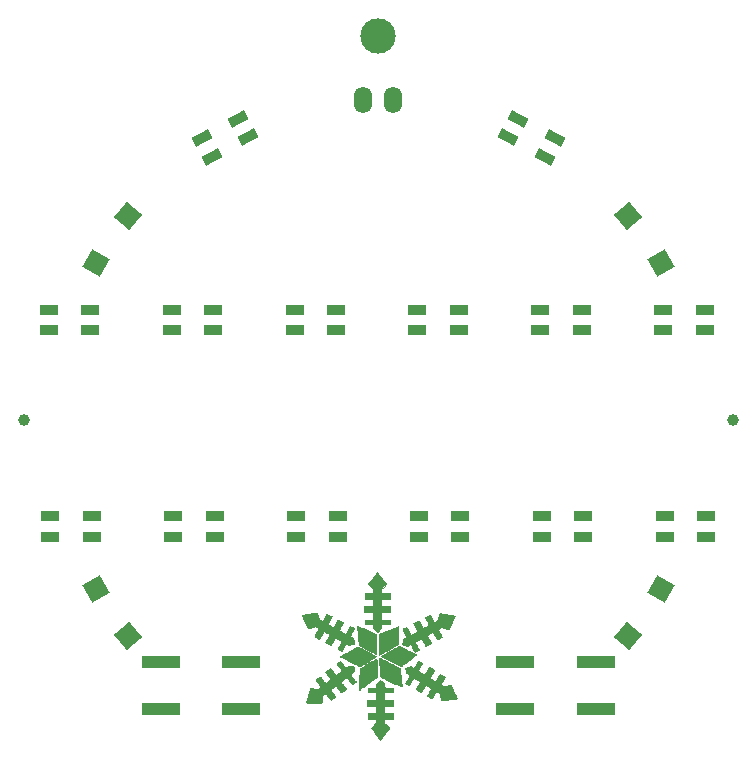
<source format=gbr>
%TF.GenerationSoftware,KiCad,Pcbnew,(6.0.7-1)-1*%
%TF.CreationDate,2022-12-12T20:47:58-08:00*%
%TF.ProjectId,ChristmasCountdown2022,43687269-7374-46d6-9173-436f756e7464,rev?*%
%TF.SameCoordinates,Original*%
%TF.FileFunction,Soldermask,Top*%
%TF.FilePolarity,Negative*%
%FSLAX46Y46*%
G04 Gerber Fmt 4.6, Leading zero omitted, Abs format (unit mm)*
G04 Created by KiCad (PCBNEW (6.0.7-1)-1) date 2022-12-12 20:47:58*
%MOMM*%
%LPD*%
G01*
G04 APERTURE LIST*
G04 Aperture macros list*
%AMRotRect*
0 Rectangle, with rotation*
0 The origin of the aperture is its center*
0 $1 length*
0 $2 width*
0 $3 Rotation angle, in degrees counterclockwise*
0 Add horizontal line*
21,1,$1,$2,0,0,$3*%
G04 Aperture macros list end*
%ADD10C,0.010000*%
%ADD11R,1.600000X0.850000*%
%ADD12C,1.000000*%
%ADD13R,3.200000X1.000000*%
%ADD14RotRect,1.600000X0.850000X332.000000*%
%ADD15C,3.000000*%
%ADD16O,1.524000X2.240000*%
%ADD17RotRect,1.600000X0.850000X28.000000*%
%ADD18RotRect,1.700000X1.700000X240.000000*%
%ADD19RotRect,1.700000X1.700000X50.000000*%
%ADD20RotRect,1.700000X1.700000X60.000000*%
%ADD21RotRect,1.700000X1.700000X300.000000*%
%ADD22RotRect,1.700000X1.700000X310.000000*%
%ADD23RotRect,1.700000X1.700000X230.000000*%
G04 APERTURE END LIST*
%TO.C,U5*%
G36*
X144785998Y-115817872D02*
G01*
X144798619Y-115833849D01*
X144807876Y-115860735D01*
X144815010Y-115884831D01*
X144837387Y-115958029D01*
X144864605Y-116048088D01*
X144893275Y-116143687D01*
X144920003Y-116233500D01*
X144941400Y-116306206D01*
X144946990Y-116325475D01*
X144958944Y-116360290D01*
X144975650Y-116387151D01*
X145003647Y-116412006D01*
X145049472Y-116440803D01*
X145111293Y-116474972D01*
X145176258Y-116510099D01*
X145222060Y-116530716D01*
X145255330Y-116534178D01*
X145282697Y-116517845D01*
X145310793Y-116479073D01*
X145346249Y-116415220D01*
X145369301Y-116372146D01*
X145412778Y-116291737D01*
X145460402Y-116204340D01*
X145502783Y-116127179D01*
X145507779Y-116118146D01*
X145541598Y-116056589D01*
X145571014Y-116002199D01*
X145590451Y-115965302D01*
X145592362Y-115961512D01*
X145612299Y-115932526D01*
X145626955Y-115923412D01*
X145648072Y-115930987D01*
X145691000Y-115951203D01*
X145747917Y-115980300D01*
X145772403Y-115993343D01*
X145841805Y-116030619D01*
X145908934Y-116066484D01*
X145961421Y-116094334D01*
X145969945Y-116098819D01*
X146011932Y-116120958D01*
X146039292Y-116135583D01*
X146043963Y-116138184D01*
X146039519Y-116153582D01*
X146021824Y-116190269D01*
X145994796Y-116240142D01*
X145948974Y-116321336D01*
X145914009Y-116383678D01*
X145884050Y-116437771D01*
X145853243Y-116494218D01*
X145815735Y-116563624D01*
X145794917Y-116602268D01*
X145759310Y-116669951D01*
X145730690Y-116727310D01*
X145712408Y-116767437D01*
X145707479Y-116782477D01*
X145721436Y-116795009D01*
X145759277Y-116819965D01*
X145814952Y-116853924D01*
X145882413Y-116893466D01*
X145955610Y-116935171D01*
X146028496Y-116975617D01*
X146095020Y-117011385D01*
X146149134Y-117039054D01*
X146184790Y-117055205D01*
X146194634Y-117057946D01*
X146208381Y-117044040D01*
X146232128Y-117007460D01*
X146260907Y-116955909D01*
X146262892Y-116952113D01*
X146296434Y-116888670D01*
X146339251Y-116809093D01*
X146384098Y-116726810D01*
X146402235Y-116693879D01*
X146442527Y-116620484D01*
X146480854Y-116549756D01*
X146511481Y-116492321D01*
X146522670Y-116470824D01*
X146545055Y-116432459D01*
X146567633Y-116413563D01*
X146597418Y-116414110D01*
X146641425Y-116434077D01*
X146701489Y-116470194D01*
X146748481Y-116497986D01*
X146812657Y-116533892D01*
X146881020Y-116570660D01*
X146888579Y-116574624D01*
X146945344Y-116606252D01*
X146988199Y-116633844D01*
X147009987Y-116652661D01*
X147011345Y-116655909D01*
X147002809Y-116679812D01*
X146977382Y-116732393D01*
X146935335Y-116813132D01*
X146876939Y-116921511D01*
X146802465Y-117057012D01*
X146787870Y-117083346D01*
X146739827Y-117170167D01*
X146706458Y-117232117D01*
X146686056Y-117273966D01*
X146676912Y-117300486D01*
X146677320Y-117316444D01*
X146685570Y-117326612D01*
X146697927Y-117334537D01*
X146758307Y-117369805D01*
X146831665Y-117411154D01*
X146912255Y-117455522D01*
X146994331Y-117499846D01*
X147072146Y-117541064D01*
X147139956Y-117576114D01*
X147192014Y-117601934D01*
X147222573Y-117615462D01*
X147227480Y-117616746D01*
X147242808Y-117602975D01*
X147265717Y-117567991D01*
X147278293Y-117544779D01*
X147301060Y-117501327D01*
X147335502Y-117437135D01*
X147376835Y-117361061D01*
X147417745Y-117286546D01*
X147461197Y-117207374D01*
X147502265Y-117131739D01*
X147536162Y-117068502D01*
X147557227Y-117028252D01*
X147575822Y-116993546D01*
X147593262Y-116973116D01*
X147615723Y-116967350D01*
X147649383Y-116976637D01*
X147700416Y-117001365D01*
X147775001Y-117041923D01*
X147775053Y-117041951D01*
X147832820Y-117072900D01*
X147879166Y-117096237D01*
X147906207Y-117108040D01*
X147909345Y-117108746D01*
X147926897Y-117119243D01*
X147925294Y-117151772D01*
X147904100Y-117207887D01*
X147862881Y-117289142D01*
X147854701Y-117304035D01*
X147772306Y-117453852D01*
X147706464Y-117575946D01*
X147656461Y-117671729D01*
X147621587Y-117742615D01*
X147601131Y-117790016D01*
X147594380Y-117815346D01*
X147595183Y-117819360D01*
X147614011Y-117834203D01*
X147655529Y-117859671D01*
X147712150Y-117891219D01*
X147737458Y-117904591D01*
X147869519Y-117973297D01*
X147896273Y-118078655D01*
X147916351Y-118156432D01*
X147938528Y-118240459D01*
X147950391Y-118284525D01*
X147963724Y-118340904D01*
X147970586Y-118385322D01*
X147970064Y-118405077D01*
X147951797Y-118417761D01*
X147908569Y-118437131D01*
X147847988Y-118460587D01*
X147777663Y-118485525D01*
X147705200Y-118509344D01*
X147638207Y-118529442D01*
X147584292Y-118543218D01*
X147551936Y-118548079D01*
X147520530Y-118540252D01*
X147469338Y-118519437D01*
X147407869Y-118489632D01*
X147388600Y-118479403D01*
X147323972Y-118445100D01*
X147281266Y-118428050D01*
X147252462Y-118429685D01*
X147229539Y-118451437D01*
X147204477Y-118494738D01*
X147194325Y-118514084D01*
X147177795Y-118545066D01*
X147149074Y-118598341D01*
X147112181Y-118666469D01*
X147071138Y-118742010D01*
X147070612Y-118742978D01*
X147028096Y-118821235D01*
X146988272Y-118894780D01*
X146955709Y-118955157D01*
X146935528Y-118992873D01*
X146905293Y-119039392D01*
X146878379Y-119055038D01*
X146850842Y-119042017D01*
X146849632Y-119040893D01*
X146828206Y-119026538D01*
X146784543Y-119001022D01*
X146726436Y-118968835D01*
X146698078Y-118953597D01*
X146637753Y-118921341D01*
X146589921Y-118895493D01*
X146561610Y-118879865D01*
X146557018Y-118877112D01*
X146561521Y-118861345D01*
X146578997Y-118825227D01*
X146597691Y-118790841D01*
X146666214Y-118668088D01*
X146728769Y-118553206D01*
X146783533Y-118449768D01*
X146828682Y-118361345D01*
X146862392Y-118291510D01*
X146882840Y-118243833D01*
X146888203Y-118221887D01*
X146888178Y-118221819D01*
X146869498Y-118202102D01*
X146831000Y-118175383D01*
X146806045Y-118160993D01*
X146753237Y-118132614D01*
X146684988Y-118096062D01*
X146615751Y-118059076D01*
X146613412Y-118057829D01*
X146546461Y-118021553D01*
X146482074Y-117985711D01*
X146433535Y-117957703D01*
X146431236Y-117956325D01*
X146387244Y-117934674D01*
X146352525Y-117925881D01*
X146344576Y-117926865D01*
X146335197Y-117933970D01*
X146321533Y-117951217D01*
X146301945Y-117981466D01*
X146274797Y-118027574D01*
X146238450Y-118092398D01*
X146191268Y-118178797D01*
X146131612Y-118289628D01*
X146061469Y-118420949D01*
X146028532Y-118479086D01*
X145998464Y-118525790D01*
X145976858Y-118552506D01*
X145974012Y-118554719D01*
X145950226Y-118555854D01*
X145905499Y-118540628D01*
X145837157Y-118507982D01*
X145781998Y-118478661D01*
X145709359Y-118439235D01*
X145643280Y-118403700D01*
X145592077Y-118376511D01*
X145567779Y-118363943D01*
X145535027Y-118343374D01*
X145521214Y-118326384D01*
X145521212Y-118326256D01*
X145528655Y-118306368D01*
X145547927Y-118265711D01*
X145574440Y-118213141D01*
X145603610Y-118157512D01*
X145630849Y-118107678D01*
X145651570Y-118072493D01*
X145656288Y-118065479D01*
X145679272Y-118028976D01*
X145709582Y-117974357D01*
X145743794Y-117908643D01*
X145778480Y-117838854D01*
X145810214Y-117772011D01*
X145835571Y-117715133D01*
X145851123Y-117675241D01*
X145854139Y-117660080D01*
X145836539Y-117643572D01*
X145795307Y-117615694D01*
X145736921Y-117580580D01*
X145679222Y-117548444D01*
X145605364Y-117508568D01*
X145536867Y-117471396D01*
X145482681Y-117441797D01*
X145457197Y-117427707D01*
X145415209Y-117407182D01*
X145383736Y-117396891D01*
X145380398Y-117396613D01*
X145362695Y-117410664D01*
X145336283Y-117447598D01*
X145306723Y-117499582D01*
X145305257Y-117502446D01*
X145255112Y-117599039D01*
X145200903Y-117700302D01*
X145147299Y-117797765D01*
X145098965Y-117882957D01*
X145060568Y-117947407D01*
X145056701Y-117953582D01*
X145011704Y-118024861D01*
X144822311Y-117924270D01*
X144749041Y-117884175D01*
X144686494Y-117847734D01*
X144640966Y-117818774D01*
X144618755Y-117801117D01*
X144618155Y-117800276D01*
X144619459Y-117778171D01*
X144636747Y-117731704D01*
X144670561Y-117659695D01*
X144721442Y-117560963D01*
X144765969Y-117478138D01*
X144815581Y-117385880D01*
X144859071Y-117302910D01*
X144893976Y-117234102D01*
X144917832Y-117184330D01*
X144928176Y-117158467D01*
X144928413Y-117156774D01*
X144914576Y-117132969D01*
X144890313Y-117116404D01*
X144856105Y-117099422D01*
X144803774Y-117072365D01*
X144748073Y-117042910D01*
X144643801Y-116987158D01*
X144502540Y-117030664D01*
X144393791Y-117063881D01*
X144292399Y-117094339D01*
X144203347Y-117120586D01*
X144131620Y-117141170D01*
X144082201Y-117154640D01*
X144060074Y-117159545D01*
X144059983Y-117159546D01*
X144050615Y-117145211D01*
X144029213Y-117105842D01*
X143998492Y-117046886D01*
X143961169Y-116973794D01*
X143919960Y-116892016D01*
X143877582Y-116807002D01*
X143836750Y-116724202D01*
X143800181Y-116649064D01*
X143770592Y-116587040D01*
X143750698Y-116543578D01*
X143743216Y-116524129D01*
X143743212Y-116524000D01*
X143736219Y-116508203D01*
X143716897Y-116467167D01*
X143687734Y-116406109D01*
X143651215Y-116330244D01*
X143625387Y-116276856D01*
X143586232Y-116193700D01*
X143554233Y-116121131D01*
X143531608Y-116064569D01*
X143520576Y-116029435D01*
X143520574Y-116020744D01*
X143541437Y-116013310D01*
X143588959Y-116002441D01*
X143656279Y-115989547D01*
X143736535Y-115976036D01*
X143744232Y-115974827D01*
X143836491Y-115960282D01*
X143927405Y-115945722D01*
X144005877Y-115932936D01*
X144056479Y-115924461D01*
X144119637Y-115913959D01*
X144202307Y-115900690D01*
X144290505Y-115886887D01*
X144327412Y-115881227D01*
X144410761Y-115868260D01*
X144491955Y-115855152D01*
X144558370Y-115843959D01*
X144581412Y-115839848D01*
X144667720Y-115823791D01*
X144726571Y-115814002D01*
X144763990Y-115811643D01*
X144785998Y-115817872D01*
G37*
D10*
X144785998Y-115817872D02*
X144798619Y-115833849D01*
X144807876Y-115860735D01*
X144815010Y-115884831D01*
X144837387Y-115958029D01*
X144864605Y-116048088D01*
X144893275Y-116143687D01*
X144920003Y-116233500D01*
X144941400Y-116306206D01*
X144946990Y-116325475D01*
X144958944Y-116360290D01*
X144975650Y-116387151D01*
X145003647Y-116412006D01*
X145049472Y-116440803D01*
X145111293Y-116474972D01*
X145176258Y-116510099D01*
X145222060Y-116530716D01*
X145255330Y-116534178D01*
X145282697Y-116517845D01*
X145310793Y-116479073D01*
X145346249Y-116415220D01*
X145369301Y-116372146D01*
X145412778Y-116291737D01*
X145460402Y-116204340D01*
X145502783Y-116127179D01*
X145507779Y-116118146D01*
X145541598Y-116056589D01*
X145571014Y-116002199D01*
X145590451Y-115965302D01*
X145592362Y-115961512D01*
X145612299Y-115932526D01*
X145626955Y-115923412D01*
X145648072Y-115930987D01*
X145691000Y-115951203D01*
X145747917Y-115980300D01*
X145772403Y-115993343D01*
X145841805Y-116030619D01*
X145908934Y-116066484D01*
X145961421Y-116094334D01*
X145969945Y-116098819D01*
X146011932Y-116120958D01*
X146039292Y-116135583D01*
X146043963Y-116138184D01*
X146039519Y-116153582D01*
X146021824Y-116190269D01*
X145994796Y-116240142D01*
X145948974Y-116321336D01*
X145914009Y-116383678D01*
X145884050Y-116437771D01*
X145853243Y-116494218D01*
X145815735Y-116563624D01*
X145794917Y-116602268D01*
X145759310Y-116669951D01*
X145730690Y-116727310D01*
X145712408Y-116767437D01*
X145707479Y-116782477D01*
X145721436Y-116795009D01*
X145759277Y-116819965D01*
X145814952Y-116853924D01*
X145882413Y-116893466D01*
X145955610Y-116935171D01*
X146028496Y-116975617D01*
X146095020Y-117011385D01*
X146149134Y-117039054D01*
X146184790Y-117055205D01*
X146194634Y-117057946D01*
X146208381Y-117044040D01*
X146232128Y-117007460D01*
X146260907Y-116955909D01*
X146262892Y-116952113D01*
X146296434Y-116888670D01*
X146339251Y-116809093D01*
X146384098Y-116726810D01*
X146402235Y-116693879D01*
X146442527Y-116620484D01*
X146480854Y-116549756D01*
X146511481Y-116492321D01*
X146522670Y-116470824D01*
X146545055Y-116432459D01*
X146567633Y-116413563D01*
X146597418Y-116414110D01*
X146641425Y-116434077D01*
X146701489Y-116470194D01*
X146748481Y-116497986D01*
X146812657Y-116533892D01*
X146881020Y-116570660D01*
X146888579Y-116574624D01*
X146945344Y-116606252D01*
X146988199Y-116633844D01*
X147009987Y-116652661D01*
X147011345Y-116655909D01*
X147002809Y-116679812D01*
X146977382Y-116732393D01*
X146935335Y-116813132D01*
X146876939Y-116921511D01*
X146802465Y-117057012D01*
X146787870Y-117083346D01*
X146739827Y-117170167D01*
X146706458Y-117232117D01*
X146686056Y-117273966D01*
X146676912Y-117300486D01*
X146677320Y-117316444D01*
X146685570Y-117326612D01*
X146697927Y-117334537D01*
X146758307Y-117369805D01*
X146831665Y-117411154D01*
X146912255Y-117455522D01*
X146994331Y-117499846D01*
X147072146Y-117541064D01*
X147139956Y-117576114D01*
X147192014Y-117601934D01*
X147222573Y-117615462D01*
X147227480Y-117616746D01*
X147242808Y-117602975D01*
X147265717Y-117567991D01*
X147278293Y-117544779D01*
X147301060Y-117501327D01*
X147335502Y-117437135D01*
X147376835Y-117361061D01*
X147417745Y-117286546D01*
X147461197Y-117207374D01*
X147502265Y-117131739D01*
X147536162Y-117068502D01*
X147557227Y-117028252D01*
X147575822Y-116993546D01*
X147593262Y-116973116D01*
X147615723Y-116967350D01*
X147649383Y-116976637D01*
X147700416Y-117001365D01*
X147775001Y-117041923D01*
X147775053Y-117041951D01*
X147832820Y-117072900D01*
X147879166Y-117096237D01*
X147906207Y-117108040D01*
X147909345Y-117108746D01*
X147926897Y-117119243D01*
X147925294Y-117151772D01*
X147904100Y-117207887D01*
X147862881Y-117289142D01*
X147854701Y-117304035D01*
X147772306Y-117453852D01*
X147706464Y-117575946D01*
X147656461Y-117671729D01*
X147621587Y-117742615D01*
X147601131Y-117790016D01*
X147594380Y-117815346D01*
X147595183Y-117819360D01*
X147614011Y-117834203D01*
X147655529Y-117859671D01*
X147712150Y-117891219D01*
X147737458Y-117904591D01*
X147869519Y-117973297D01*
X147896273Y-118078655D01*
X147916351Y-118156432D01*
X147938528Y-118240459D01*
X147950391Y-118284525D01*
X147963724Y-118340904D01*
X147970586Y-118385322D01*
X147970064Y-118405077D01*
X147951797Y-118417761D01*
X147908569Y-118437131D01*
X147847988Y-118460587D01*
X147777663Y-118485525D01*
X147705200Y-118509344D01*
X147638207Y-118529442D01*
X147584292Y-118543218D01*
X147551936Y-118548079D01*
X147520530Y-118540252D01*
X147469338Y-118519437D01*
X147407869Y-118489632D01*
X147388600Y-118479403D01*
X147323972Y-118445100D01*
X147281266Y-118428050D01*
X147252462Y-118429685D01*
X147229539Y-118451437D01*
X147204477Y-118494738D01*
X147194325Y-118514084D01*
X147177795Y-118545066D01*
X147149074Y-118598341D01*
X147112181Y-118666469D01*
X147071138Y-118742010D01*
X147070612Y-118742978D01*
X147028096Y-118821235D01*
X146988272Y-118894780D01*
X146955709Y-118955157D01*
X146935528Y-118992873D01*
X146905293Y-119039392D01*
X146878379Y-119055038D01*
X146850842Y-119042017D01*
X146849632Y-119040893D01*
X146828206Y-119026538D01*
X146784543Y-119001022D01*
X146726436Y-118968835D01*
X146698078Y-118953597D01*
X146637753Y-118921341D01*
X146589921Y-118895493D01*
X146561610Y-118879865D01*
X146557018Y-118877112D01*
X146561521Y-118861345D01*
X146578997Y-118825227D01*
X146597691Y-118790841D01*
X146666214Y-118668088D01*
X146728769Y-118553206D01*
X146783533Y-118449768D01*
X146828682Y-118361345D01*
X146862392Y-118291510D01*
X146882840Y-118243833D01*
X146888203Y-118221887D01*
X146888178Y-118221819D01*
X146869498Y-118202102D01*
X146831000Y-118175383D01*
X146806045Y-118160993D01*
X146753237Y-118132614D01*
X146684988Y-118096062D01*
X146615751Y-118059076D01*
X146613412Y-118057829D01*
X146546461Y-118021553D01*
X146482074Y-117985711D01*
X146433535Y-117957703D01*
X146431236Y-117956325D01*
X146387244Y-117934674D01*
X146352525Y-117925881D01*
X146344576Y-117926865D01*
X146335197Y-117933970D01*
X146321533Y-117951217D01*
X146301945Y-117981466D01*
X146274797Y-118027574D01*
X146238450Y-118092398D01*
X146191268Y-118178797D01*
X146131612Y-118289628D01*
X146061469Y-118420949D01*
X146028532Y-118479086D01*
X145998464Y-118525790D01*
X145976858Y-118552506D01*
X145974012Y-118554719D01*
X145950226Y-118555854D01*
X145905499Y-118540628D01*
X145837157Y-118507982D01*
X145781998Y-118478661D01*
X145709359Y-118439235D01*
X145643280Y-118403700D01*
X145592077Y-118376511D01*
X145567779Y-118363943D01*
X145535027Y-118343374D01*
X145521214Y-118326384D01*
X145521212Y-118326256D01*
X145528655Y-118306368D01*
X145547927Y-118265711D01*
X145574440Y-118213141D01*
X145603610Y-118157512D01*
X145630849Y-118107678D01*
X145651570Y-118072493D01*
X145656288Y-118065479D01*
X145679272Y-118028976D01*
X145709582Y-117974357D01*
X145743794Y-117908643D01*
X145778480Y-117838854D01*
X145810214Y-117772011D01*
X145835571Y-117715133D01*
X145851123Y-117675241D01*
X145854139Y-117660080D01*
X145836539Y-117643572D01*
X145795307Y-117615694D01*
X145736921Y-117580580D01*
X145679222Y-117548444D01*
X145605364Y-117508568D01*
X145536867Y-117471396D01*
X145482681Y-117441797D01*
X145457197Y-117427707D01*
X145415209Y-117407182D01*
X145383736Y-117396891D01*
X145380398Y-117396613D01*
X145362695Y-117410664D01*
X145336283Y-117447598D01*
X145306723Y-117499582D01*
X145305257Y-117502446D01*
X145255112Y-117599039D01*
X145200903Y-117700302D01*
X145147299Y-117797765D01*
X145098965Y-117882957D01*
X145060568Y-117947407D01*
X145056701Y-117953582D01*
X145011704Y-118024861D01*
X144822311Y-117924270D01*
X144749041Y-117884175D01*
X144686494Y-117847734D01*
X144640966Y-117818774D01*
X144618755Y-117801117D01*
X144618155Y-117800276D01*
X144619459Y-117778171D01*
X144636747Y-117731704D01*
X144670561Y-117659695D01*
X144721442Y-117560963D01*
X144765969Y-117478138D01*
X144815581Y-117385880D01*
X144859071Y-117302910D01*
X144893976Y-117234102D01*
X144917832Y-117184330D01*
X144928176Y-117158467D01*
X144928413Y-117156774D01*
X144914576Y-117132969D01*
X144890313Y-117116404D01*
X144856105Y-117099422D01*
X144803774Y-117072365D01*
X144748073Y-117042910D01*
X144643801Y-116987158D01*
X144502540Y-117030664D01*
X144393791Y-117063881D01*
X144292399Y-117094339D01*
X144203347Y-117120586D01*
X144131620Y-117141170D01*
X144082201Y-117154640D01*
X144060074Y-117159545D01*
X144059983Y-117159546D01*
X144050615Y-117145211D01*
X144029213Y-117105842D01*
X143998492Y-117046886D01*
X143961169Y-116973794D01*
X143919960Y-116892016D01*
X143877582Y-116807002D01*
X143836750Y-116724202D01*
X143800181Y-116649064D01*
X143770592Y-116587040D01*
X143750698Y-116543578D01*
X143743216Y-116524129D01*
X143743212Y-116524000D01*
X143736219Y-116508203D01*
X143716897Y-116467167D01*
X143687734Y-116406109D01*
X143651215Y-116330244D01*
X143625387Y-116276856D01*
X143586232Y-116193700D01*
X143554233Y-116121131D01*
X143531608Y-116064569D01*
X143520576Y-116029435D01*
X143520574Y-116020744D01*
X143541437Y-116013310D01*
X143588959Y-116002441D01*
X143656279Y-115989547D01*
X143736535Y-115976036D01*
X143744232Y-115974827D01*
X143836491Y-115960282D01*
X143927405Y-115945722D01*
X144005877Y-115932936D01*
X144056479Y-115924461D01*
X144119637Y-115913959D01*
X144202307Y-115900690D01*
X144290505Y-115886887D01*
X144327412Y-115881227D01*
X144410761Y-115868260D01*
X144491955Y-115855152D01*
X144558370Y-115843959D01*
X144581412Y-115839848D01*
X144667720Y-115823791D01*
X144726571Y-115814002D01*
X144763990Y-115811643D01*
X144785998Y-115817872D01*
G36*
X150189413Y-121539176D02*
G01*
X150227216Y-121568033D01*
X150277074Y-121609469D01*
X150332809Y-121658035D01*
X150388242Y-121708284D01*
X150437195Y-121754766D01*
X150473491Y-121792034D01*
X150486653Y-121807746D01*
X150492160Y-121831264D01*
X150496480Y-121880059D01*
X150498982Y-121945545D01*
X150499353Y-121980717D01*
X150500227Y-122055372D01*
X150503502Y-122103359D01*
X150510606Y-122131865D01*
X150522966Y-122148075D01*
X150534018Y-122155168D01*
X150565320Y-122162092D01*
X150628691Y-122167099D01*
X150722384Y-122170119D01*
X150844650Y-122171080D01*
X150919251Y-122170741D01*
X151270079Y-122167900D01*
X151270079Y-122552813D01*
X150901693Y-122556099D01*
X150792838Y-122557524D01*
X150695183Y-122559664D01*
X150613888Y-122562337D01*
X150554116Y-122565359D01*
X150521027Y-122568545D01*
X150516460Y-122569798D01*
X150511261Y-122589069D01*
X150506906Y-122635496D01*
X150503467Y-122702376D01*
X150501016Y-122783009D01*
X150499626Y-122870691D01*
X150499368Y-122958722D01*
X150500317Y-123040399D01*
X150502543Y-123109019D01*
X150506119Y-123157882D01*
X150509890Y-123177961D01*
X150516960Y-123186828D01*
X150533222Y-123193530D01*
X150562816Y-123198358D01*
X150609885Y-123201602D01*
X150678571Y-123203555D01*
X150773016Y-123204505D01*
X150891331Y-123204746D01*
X151262494Y-123204746D01*
X151257820Y-123462979D01*
X151253145Y-123721213D01*
X150880612Y-123729679D01*
X150508078Y-123738146D01*
X150503217Y-123983679D01*
X150502097Y-124074429D01*
X150502350Y-124155548D01*
X150503860Y-124219804D01*
X150506514Y-124259965D01*
X150507689Y-124266976D01*
X150511650Y-124279479D01*
X150519417Y-124288928D01*
X150535346Y-124295824D01*
X150563789Y-124300665D01*
X150609101Y-124303951D01*
X150675634Y-124306182D01*
X150767744Y-124307857D01*
X150876617Y-124309310D01*
X151236212Y-124313879D01*
X151240923Y-124546713D01*
X151242310Y-124631446D01*
X151242857Y-124702895D01*
X151242564Y-124754829D01*
X151241431Y-124781019D01*
X151240923Y-124782928D01*
X151223378Y-124784336D01*
X151176948Y-124786371D01*
X151106605Y-124788864D01*
X151017319Y-124791641D01*
X150914065Y-124794533D01*
X150872145Y-124795628D01*
X150508078Y-124804946D01*
X150503194Y-124962785D01*
X150498309Y-125120624D01*
X150714860Y-125340644D01*
X150783594Y-125411549D01*
X150842856Y-125474736D01*
X150888964Y-125526106D01*
X150918235Y-125561562D01*
X150927096Y-125576752D01*
X150915800Y-125594580D01*
X150886909Y-125634670D01*
X150843705Y-125692621D01*
X150789474Y-125764030D01*
X150727500Y-125844496D01*
X150722591Y-125850826D01*
X150597173Y-126012617D01*
X150491216Y-126149671D01*
X150403265Y-126263886D01*
X150331865Y-126357160D01*
X150275559Y-126431392D01*
X150232893Y-126488480D01*
X150216371Y-126510979D01*
X150183105Y-126554084D01*
X150157017Y-126583275D01*
X150145903Y-126591412D01*
X150130203Y-126578923D01*
X150101601Y-126546535D01*
X150073697Y-126510979D01*
X150036600Y-126460671D01*
X149988164Y-126393808D01*
X149936470Y-126321580D01*
X149913584Y-126289298D01*
X149862481Y-126217250D01*
X149810326Y-126144209D01*
X149765510Y-126081913D01*
X149750109Y-126060698D01*
X149711157Y-126006896D01*
X149676079Y-125957789D01*
X149657321Y-125931012D01*
X149635611Y-125900316D01*
X149599269Y-125849860D01*
X149553729Y-125787161D01*
X149513590Y-125732233D01*
X149468147Y-125669274D01*
X149431223Y-125616317D01*
X149406841Y-125579256D01*
X149398945Y-125564303D01*
X149410306Y-125549203D01*
X149441896Y-125514143D01*
X149489979Y-125463093D01*
X149550818Y-125400022D01*
X149619778Y-125329803D01*
X149840611Y-125106785D01*
X149835678Y-124955866D01*
X149830745Y-124804946D01*
X149466678Y-124796479D01*
X149102612Y-124788013D01*
X149097914Y-124546713D01*
X149093215Y-124305413D01*
X149457424Y-124305413D01*
X149577236Y-124305336D01*
X149667507Y-124304813D01*
X149732562Y-124303402D01*
X149776726Y-124300662D01*
X149804324Y-124296152D01*
X149819683Y-124289430D01*
X149827127Y-124280057D01*
X149830982Y-124267590D01*
X149831050Y-124267313D01*
X149834108Y-124237137D01*
X149836056Y-124180353D01*
X149836778Y-124104206D01*
X149836159Y-124015941D01*
X149835606Y-123983679D01*
X149830745Y-123738146D01*
X149449745Y-123729679D01*
X149068745Y-123721213D01*
X149064073Y-123463298D01*
X149059400Y-123205384D01*
X149445073Y-123200832D01*
X149830745Y-123196279D01*
X149830745Y-122569746D01*
X149466678Y-122560428D01*
X149359450Y-122557538D01*
X149264334Y-122554697D01*
X149186293Y-122552076D01*
X149130290Y-122549847D01*
X149101288Y-122548179D01*
X149098379Y-122547728D01*
X149096690Y-122530513D01*
X149095318Y-122486352D01*
X149094414Y-122422165D01*
X149094125Y-122353846D01*
X149094106Y-122163346D01*
X149420669Y-122168550D01*
X149541044Y-122169486D01*
X149643259Y-122168308D01*
X149722981Y-122165159D01*
X149775876Y-122160182D01*
X149793222Y-122156269D01*
X149814652Y-122146878D01*
X149828112Y-122133765D01*
X149835455Y-122109830D01*
X149838535Y-122067973D01*
X149839204Y-122001093D01*
X149839212Y-121980030D01*
X149839212Y-121821275D01*
X149991855Y-121674811D01*
X150052151Y-121618814D01*
X150105491Y-121572699D01*
X150146324Y-121541038D01*
X150169093Y-121528400D01*
X150169841Y-121528346D01*
X150189413Y-121539176D01*
G37*
X150189413Y-121539176D02*
X150227216Y-121568033D01*
X150277074Y-121609469D01*
X150332809Y-121658035D01*
X150388242Y-121708284D01*
X150437195Y-121754766D01*
X150473491Y-121792034D01*
X150486653Y-121807746D01*
X150492160Y-121831264D01*
X150496480Y-121880059D01*
X150498982Y-121945545D01*
X150499353Y-121980717D01*
X150500227Y-122055372D01*
X150503502Y-122103359D01*
X150510606Y-122131865D01*
X150522966Y-122148075D01*
X150534018Y-122155168D01*
X150565320Y-122162092D01*
X150628691Y-122167099D01*
X150722384Y-122170119D01*
X150844650Y-122171080D01*
X150919251Y-122170741D01*
X151270079Y-122167900D01*
X151270079Y-122552813D01*
X150901693Y-122556099D01*
X150792838Y-122557524D01*
X150695183Y-122559664D01*
X150613888Y-122562337D01*
X150554116Y-122565359D01*
X150521027Y-122568545D01*
X150516460Y-122569798D01*
X150511261Y-122589069D01*
X150506906Y-122635496D01*
X150503467Y-122702376D01*
X150501016Y-122783009D01*
X150499626Y-122870691D01*
X150499368Y-122958722D01*
X150500317Y-123040399D01*
X150502543Y-123109019D01*
X150506119Y-123157882D01*
X150509890Y-123177961D01*
X150516960Y-123186828D01*
X150533222Y-123193530D01*
X150562816Y-123198358D01*
X150609885Y-123201602D01*
X150678571Y-123203555D01*
X150773016Y-123204505D01*
X150891331Y-123204746D01*
X151262494Y-123204746D01*
X151257820Y-123462979D01*
X151253145Y-123721213D01*
X150880612Y-123729679D01*
X150508078Y-123738146D01*
X150503217Y-123983679D01*
X150502097Y-124074429D01*
X150502350Y-124155548D01*
X150503860Y-124219804D01*
X150506514Y-124259965D01*
X150507689Y-124266976D01*
X150511650Y-124279479D01*
X150519417Y-124288928D01*
X150535346Y-124295824D01*
X150563789Y-124300665D01*
X150609101Y-124303951D01*
X150675634Y-124306182D01*
X150767744Y-124307857D01*
X150876617Y-124309310D01*
X151236212Y-124313879D01*
X151240923Y-124546713D01*
X151242310Y-124631446D01*
X151242857Y-124702895D01*
X151242564Y-124754829D01*
X151241431Y-124781019D01*
X151240923Y-124782928D01*
X151223378Y-124784336D01*
X151176948Y-124786371D01*
X151106605Y-124788864D01*
X151017319Y-124791641D01*
X150914065Y-124794533D01*
X150872145Y-124795628D01*
X150508078Y-124804946D01*
X150503194Y-124962785D01*
X150498309Y-125120624D01*
X150714860Y-125340644D01*
X150783594Y-125411549D01*
X150842856Y-125474736D01*
X150888964Y-125526106D01*
X150918235Y-125561562D01*
X150927096Y-125576752D01*
X150915800Y-125594580D01*
X150886909Y-125634670D01*
X150843705Y-125692621D01*
X150789474Y-125764030D01*
X150727500Y-125844496D01*
X150722591Y-125850826D01*
X150597173Y-126012617D01*
X150491216Y-126149671D01*
X150403265Y-126263886D01*
X150331865Y-126357160D01*
X150275559Y-126431392D01*
X150232893Y-126488480D01*
X150216371Y-126510979D01*
X150183105Y-126554084D01*
X150157017Y-126583275D01*
X150145903Y-126591412D01*
X150130203Y-126578923D01*
X150101601Y-126546535D01*
X150073697Y-126510979D01*
X150036600Y-126460671D01*
X149988164Y-126393808D01*
X149936470Y-126321580D01*
X149913584Y-126289298D01*
X149862481Y-126217250D01*
X149810326Y-126144209D01*
X149765510Y-126081913D01*
X149750109Y-126060698D01*
X149711157Y-126006896D01*
X149676079Y-125957789D01*
X149657321Y-125931012D01*
X149635611Y-125900316D01*
X149599269Y-125849860D01*
X149553729Y-125787161D01*
X149513590Y-125732233D01*
X149468147Y-125669274D01*
X149431223Y-125616317D01*
X149406841Y-125579256D01*
X149398945Y-125564303D01*
X149410306Y-125549203D01*
X149441896Y-125514143D01*
X149489979Y-125463093D01*
X149550818Y-125400022D01*
X149619778Y-125329803D01*
X149840611Y-125106785D01*
X149835678Y-124955866D01*
X149830745Y-124804946D01*
X149466678Y-124796479D01*
X149102612Y-124788013D01*
X149097914Y-124546713D01*
X149093215Y-124305413D01*
X149457424Y-124305413D01*
X149577236Y-124305336D01*
X149667507Y-124304813D01*
X149732562Y-124303402D01*
X149776726Y-124300662D01*
X149804324Y-124296152D01*
X149819683Y-124289430D01*
X149827127Y-124280057D01*
X149830982Y-124267590D01*
X149831050Y-124267313D01*
X149834108Y-124237137D01*
X149836056Y-124180353D01*
X149836778Y-124104206D01*
X149836159Y-124015941D01*
X149835606Y-123983679D01*
X149830745Y-123738146D01*
X149449745Y-123729679D01*
X149068745Y-123721213D01*
X149064073Y-123463298D01*
X149059400Y-123205384D01*
X149445073Y-123200832D01*
X149830745Y-123196279D01*
X149830745Y-122569746D01*
X149466678Y-122560428D01*
X149359450Y-122557538D01*
X149264334Y-122554697D01*
X149186293Y-122552076D01*
X149130290Y-122549847D01*
X149101288Y-122548179D01*
X149098379Y-122547728D01*
X149096690Y-122530513D01*
X149095318Y-122486352D01*
X149094414Y-122422165D01*
X149094125Y-122353846D01*
X149094106Y-122163346D01*
X149420669Y-122168550D01*
X149541044Y-122169486D01*
X149643259Y-122168308D01*
X149722981Y-122165159D01*
X149775876Y-122160182D01*
X149793222Y-122156269D01*
X149814652Y-122146878D01*
X149828112Y-122133765D01*
X149835455Y-122109830D01*
X149838535Y-122067973D01*
X149839204Y-122001093D01*
X149839212Y-121980030D01*
X149839212Y-121821275D01*
X149991855Y-121674811D01*
X150052151Y-121618814D01*
X150105491Y-121572699D01*
X150146324Y-121541038D01*
X150169093Y-121528400D01*
X150169841Y-121528346D01*
X150189413Y-121539176D01*
G36*
X153414559Y-119910607D02*
G01*
X153453450Y-119931326D01*
X153506389Y-119960605D01*
X153565797Y-119994145D01*
X153624100Y-120027649D01*
X153673721Y-120056818D01*
X153707082Y-120077354D01*
X153715747Y-120083404D01*
X153716074Y-120097595D01*
X153702854Y-120130347D01*
X153674976Y-120183694D01*
X153631331Y-120259670D01*
X153570809Y-120360308D01*
X153515612Y-120450064D01*
X153465072Y-120532934D01*
X153421482Y-120606757D01*
X153387771Y-120666378D01*
X153366872Y-120706640D01*
X153361345Y-120721441D01*
X153375125Y-120737055D01*
X153413374Y-120766733D01*
X153471452Y-120807227D01*
X153544722Y-120855289D01*
X153618142Y-120901299D01*
X153718210Y-120961732D01*
X153793354Y-121004614D01*
X153846628Y-121031477D01*
X153881088Y-121043856D01*
X153899786Y-121043282D01*
X153900339Y-121042956D01*
X153916624Y-121023998D01*
X153947028Y-120980621D01*
X153988444Y-120917565D01*
X154037768Y-120839568D01*
X154091894Y-120751373D01*
X154098343Y-120740695D01*
X154152718Y-120651719D01*
X154202519Y-120572467D01*
X154244672Y-120507654D01*
X154276100Y-120461998D01*
X154293730Y-120440214D01*
X154294764Y-120439433D01*
X154316879Y-120439670D01*
X154360014Y-120456581D01*
X154426285Y-120491169D01*
X154517805Y-120544439D01*
X154525076Y-120548812D01*
X154599040Y-120594477D01*
X154661352Y-120635057D01*
X154706789Y-120666985D01*
X154730123Y-120686693D01*
X154732108Y-120690146D01*
X154723804Y-120709058D01*
X154700291Y-120752270D01*
X154664167Y-120815272D01*
X154618031Y-120893558D01*
X154564481Y-120982618D01*
X154546679Y-121011879D01*
X154491335Y-121103381D01*
X154442575Y-121185512D01*
X154403001Y-121253765D01*
X154375216Y-121303630D01*
X154361821Y-121330598D01*
X154360997Y-121333613D01*
X154374678Y-121346898D01*
X154411582Y-121373663D01*
X154465769Y-121410171D01*
X154531297Y-121452686D01*
X154602224Y-121497472D01*
X154672610Y-121540793D01*
X154736512Y-121578914D01*
X154787991Y-121608097D01*
X154821104Y-121624608D01*
X154826989Y-121626639D01*
X154843128Y-121614870D01*
X154872346Y-121579015D01*
X154910786Y-121524313D01*
X154954590Y-121456003D01*
X154964139Y-121440372D01*
X155008830Y-121366628D01*
X155048253Y-121301660D01*
X155078523Y-121251867D01*
X155095751Y-121223650D01*
X155097011Y-121221609D01*
X155115541Y-121190082D01*
X155141548Y-121144056D01*
X155150808Y-121127343D01*
X155177929Y-121079777D01*
X155201493Y-121049026D01*
X155227227Y-121035191D01*
X155260860Y-121038375D01*
X155308119Y-121058680D01*
X155374732Y-121096209D01*
X155435362Y-121132432D01*
X155506893Y-121176266D01*
X155566616Y-121214559D01*
X155609145Y-121243730D01*
X155629096Y-121260199D01*
X155629926Y-121261831D01*
X155621678Y-121280926D01*
X155599142Y-121321518D01*
X155566305Y-121376596D01*
X155545745Y-121409813D01*
X155509077Y-121469008D01*
X155480410Y-121516593D01*
X155463717Y-121545905D01*
X155461079Y-121551827D01*
X155452755Y-121568185D01*
X155430230Y-121607075D01*
X155397177Y-121662259D01*
X155366189Y-121713022D01*
X155328017Y-121778363D01*
X155298911Y-121834551D01*
X155282259Y-121874625D01*
X155280039Y-121890078D01*
X155298645Y-121910084D01*
X155338440Y-121939113D01*
X155391504Y-121972659D01*
X155449917Y-122006215D01*
X155505757Y-122035276D01*
X155551104Y-122055336D01*
X155578037Y-122061888D01*
X155580667Y-122061094D01*
X155605376Y-122052109D01*
X155658382Y-122037050D01*
X155734908Y-122017131D01*
X155830177Y-121993563D01*
X155939412Y-121967561D01*
X156041912Y-121943944D01*
X156076306Y-121935726D01*
X156103566Y-121930873D01*
X156126161Y-121932676D01*
X156146558Y-121944428D01*
X156167228Y-121969421D01*
X156190639Y-122010947D01*
X156219259Y-122072298D01*
X156255558Y-122156765D01*
X156302003Y-122267642D01*
X156323928Y-122320011D01*
X156367973Y-122424639D01*
X156410447Y-122524794D01*
X156448580Y-122614003D01*
X156479603Y-122685789D01*
X156500746Y-122733679D01*
X156502722Y-122738026D01*
X156525144Y-122788457D01*
X156540412Y-122825499D01*
X156544812Y-122839170D01*
X156551371Y-122857964D01*
X156568651Y-122898947D01*
X156593053Y-122953615D01*
X156595612Y-122959213D01*
X156620455Y-123014292D01*
X156638556Y-123056018D01*
X156646339Y-123076130D01*
X156646412Y-123076640D01*
X156630186Y-123083190D01*
X156584027Y-123092420D01*
X156511715Y-123103779D01*
X156417031Y-123116720D01*
X156303754Y-123130694D01*
X156175664Y-123145150D01*
X156172278Y-123145516D01*
X156073476Y-123156462D01*
X155976229Y-123167737D01*
X155890546Y-123178149D01*
X155826440Y-123186505D01*
X155816678Y-123187883D01*
X155737531Y-123198421D01*
X155652577Y-123208419D01*
X155605012Y-123213322D01*
X155534618Y-123220325D01*
X155465078Y-123227838D01*
X155431422Y-123231789D01*
X155385097Y-123235320D01*
X155360449Y-123227841D01*
X155345924Y-123204888D01*
X155343064Y-123197644D01*
X155331837Y-123161780D01*
X155316055Y-123103382D01*
X155298516Y-123032974D01*
X155292168Y-123006103D01*
X155262446Y-122881854D01*
X155237501Y-122785809D01*
X155215964Y-122712865D01*
X155204236Y-122678417D01*
X155177172Y-122642090D01*
X155119099Y-122595591D01*
X155051885Y-122552169D01*
X154987796Y-122514111D01*
X154946065Y-122492069D01*
X154920432Y-122483945D01*
X154904637Y-122487647D01*
X154893741Y-122499246D01*
X154878473Y-122522659D01*
X154848974Y-122570049D01*
X154808370Y-122636312D01*
X154759790Y-122716345D01*
X154706359Y-122805043D01*
X154705156Y-122807048D01*
X154652596Y-122893563D01*
X154605436Y-122969162D01*
X154566575Y-123029362D01*
X154538909Y-123069683D01*
X154525336Y-123085643D01*
X154524974Y-123085733D01*
X154504528Y-123077604D01*
X154462404Y-123055435D01*
X154405510Y-123023344D01*
X154340754Y-122985449D01*
X154275047Y-122945868D01*
X154215295Y-122908720D01*
X154168409Y-122878124D01*
X154141295Y-122858197D01*
X154138292Y-122855219D01*
X154132149Y-122848167D01*
X154128524Y-122840967D01*
X154129288Y-122830047D01*
X154136309Y-122811836D01*
X154151458Y-122782765D01*
X154176606Y-122739263D01*
X154213622Y-122677758D01*
X154264376Y-122594680D01*
X154330739Y-122486459D01*
X154335444Y-122478784D01*
X154396078Y-122377706D01*
X154438182Y-122302264D01*
X154462770Y-122250438D01*
X154470858Y-122220207D01*
X154469091Y-122212644D01*
X154449740Y-122196324D01*
X154406670Y-122166392D01*
X154345335Y-122126441D01*
X154271184Y-122080065D01*
X154229386Y-122054613D01*
X154005226Y-121919359D01*
X153978563Y-121956686D01*
X153961587Y-121982865D01*
X153930695Y-122032816D01*
X153889173Y-122101137D01*
X153840304Y-122182426D01*
X153791132Y-122264946D01*
X153739466Y-122351502D01*
X153693083Y-122428237D01*
X153654975Y-122490280D01*
X153628134Y-122532758D01*
X153615664Y-122550691D01*
X153597215Y-122547431D01*
X153556609Y-122529473D01*
X153500149Y-122500475D01*
X153434139Y-122464092D01*
X153364884Y-122423983D01*
X153298687Y-122383803D01*
X153241853Y-122347209D01*
X153200684Y-122317859D01*
X153181486Y-122299409D01*
X153181130Y-122298624D01*
X153181484Y-122284473D01*
X153190725Y-122258634D01*
X153210441Y-122218190D01*
X153242217Y-122160226D01*
X153287641Y-122081824D01*
X153348298Y-121980069D01*
X153409432Y-121878945D01*
X153453689Y-121804446D01*
X153490709Y-121739095D01*
X153517235Y-121688874D01*
X153530009Y-121659765D01*
X153530679Y-121656251D01*
X153517336Y-121633316D01*
X153484373Y-121605859D01*
X153475645Y-121600343D01*
X153440756Y-121579292D01*
X153384239Y-121545009D01*
X153313368Y-121501912D01*
X153235416Y-121454422D01*
X153220071Y-121445063D01*
X153145678Y-121401215D01*
X153080415Y-121365610D01*
X153030181Y-121341254D01*
X153000877Y-121331157D01*
X152997068Y-121331350D01*
X152981786Y-121347991D01*
X152952472Y-121389267D01*
X152912155Y-121450556D01*
X152863866Y-121527241D01*
X152810634Y-121614701D01*
X152804680Y-121624658D01*
X152750795Y-121714597D01*
X152701641Y-121796003D01*
X152660298Y-121863826D01*
X152629847Y-121913016D01*
X152613366Y-121938523D01*
X152612765Y-121939360D01*
X152601177Y-121951166D01*
X152585428Y-121954137D01*
X152559891Y-121946225D01*
X152518937Y-121925381D01*
X152456940Y-121889555D01*
X152426760Y-121871627D01*
X152262745Y-121773879D01*
X152314609Y-121680746D01*
X152341842Y-121633418D01*
X152382390Y-121564947D01*
X152431685Y-121482955D01*
X152485161Y-121395061D01*
X152511561Y-121352061D01*
X152566618Y-121263887D01*
X152605539Y-121199850D01*
X152627813Y-121154042D01*
X152632935Y-121120557D01*
X152620395Y-121093485D01*
X152589685Y-121066921D01*
X152540298Y-121034955D01*
X152481092Y-120997736D01*
X152422406Y-120957742D01*
X152386936Y-120926254D01*
X152367920Y-120896018D01*
X152360016Y-120867899D01*
X152350314Y-120820616D01*
X152336024Y-120755093D01*
X152321301Y-120690146D01*
X152306096Y-120624183D01*
X152292751Y-120565839D01*
X152284264Y-120528237D01*
X152281446Y-120501702D01*
X152292881Y-120485221D01*
X152325972Y-120472224D01*
X152356567Y-120464057D01*
X152416959Y-120448178D01*
X152472569Y-120432695D01*
X152489279Y-120427751D01*
X152534898Y-120414700D01*
X152596364Y-120398169D01*
X152634834Y-120388233D01*
X152729589Y-120364215D01*
X152863051Y-120445366D01*
X152922709Y-120480069D01*
X152971561Y-120505559D01*
X153002526Y-120518282D01*
X153009162Y-120518701D01*
X153021276Y-120502431D01*
X153047895Y-120461441D01*
X153086264Y-120400146D01*
X153133629Y-120322965D01*
X153187232Y-120234314D01*
X153203715Y-120206815D01*
X153258460Y-120116195D01*
X153307723Y-120036335D01*
X153348783Y-119971511D01*
X153378915Y-119926002D01*
X153395397Y-119904082D01*
X153397291Y-119902746D01*
X153414559Y-119910607D01*
G37*
X153414559Y-119910607D02*
X153453450Y-119931326D01*
X153506389Y-119960605D01*
X153565797Y-119994145D01*
X153624100Y-120027649D01*
X153673721Y-120056818D01*
X153707082Y-120077354D01*
X153715747Y-120083404D01*
X153716074Y-120097595D01*
X153702854Y-120130347D01*
X153674976Y-120183694D01*
X153631331Y-120259670D01*
X153570809Y-120360308D01*
X153515612Y-120450064D01*
X153465072Y-120532934D01*
X153421482Y-120606757D01*
X153387771Y-120666378D01*
X153366872Y-120706640D01*
X153361345Y-120721441D01*
X153375125Y-120737055D01*
X153413374Y-120766733D01*
X153471452Y-120807227D01*
X153544722Y-120855289D01*
X153618142Y-120901299D01*
X153718210Y-120961732D01*
X153793354Y-121004614D01*
X153846628Y-121031477D01*
X153881088Y-121043856D01*
X153899786Y-121043282D01*
X153900339Y-121042956D01*
X153916624Y-121023998D01*
X153947028Y-120980621D01*
X153988444Y-120917565D01*
X154037768Y-120839568D01*
X154091894Y-120751373D01*
X154098343Y-120740695D01*
X154152718Y-120651719D01*
X154202519Y-120572467D01*
X154244672Y-120507654D01*
X154276100Y-120461998D01*
X154293730Y-120440214D01*
X154294764Y-120439433D01*
X154316879Y-120439670D01*
X154360014Y-120456581D01*
X154426285Y-120491169D01*
X154517805Y-120544439D01*
X154525076Y-120548812D01*
X154599040Y-120594477D01*
X154661352Y-120635057D01*
X154706789Y-120666985D01*
X154730123Y-120686693D01*
X154732108Y-120690146D01*
X154723804Y-120709058D01*
X154700291Y-120752270D01*
X154664167Y-120815272D01*
X154618031Y-120893558D01*
X154564481Y-120982618D01*
X154546679Y-121011879D01*
X154491335Y-121103381D01*
X154442575Y-121185512D01*
X154403001Y-121253765D01*
X154375216Y-121303630D01*
X154361821Y-121330598D01*
X154360997Y-121333613D01*
X154374678Y-121346898D01*
X154411582Y-121373663D01*
X154465769Y-121410171D01*
X154531297Y-121452686D01*
X154602224Y-121497472D01*
X154672610Y-121540793D01*
X154736512Y-121578914D01*
X154787991Y-121608097D01*
X154821104Y-121624608D01*
X154826989Y-121626639D01*
X154843128Y-121614870D01*
X154872346Y-121579015D01*
X154910786Y-121524313D01*
X154954590Y-121456003D01*
X154964139Y-121440372D01*
X155008830Y-121366628D01*
X155048253Y-121301660D01*
X155078523Y-121251867D01*
X155095751Y-121223650D01*
X155097011Y-121221609D01*
X155115541Y-121190082D01*
X155141548Y-121144056D01*
X155150808Y-121127343D01*
X155177929Y-121079777D01*
X155201493Y-121049026D01*
X155227227Y-121035191D01*
X155260860Y-121038375D01*
X155308119Y-121058680D01*
X155374732Y-121096209D01*
X155435362Y-121132432D01*
X155506893Y-121176266D01*
X155566616Y-121214559D01*
X155609145Y-121243730D01*
X155629096Y-121260199D01*
X155629926Y-121261831D01*
X155621678Y-121280926D01*
X155599142Y-121321518D01*
X155566305Y-121376596D01*
X155545745Y-121409813D01*
X155509077Y-121469008D01*
X155480410Y-121516593D01*
X155463717Y-121545905D01*
X155461079Y-121551827D01*
X155452755Y-121568185D01*
X155430230Y-121607075D01*
X155397177Y-121662259D01*
X155366189Y-121713022D01*
X155328017Y-121778363D01*
X155298911Y-121834551D01*
X155282259Y-121874625D01*
X155280039Y-121890078D01*
X155298645Y-121910084D01*
X155338440Y-121939113D01*
X155391504Y-121972659D01*
X155449917Y-122006215D01*
X155505757Y-122035276D01*
X155551104Y-122055336D01*
X155578037Y-122061888D01*
X155580667Y-122061094D01*
X155605376Y-122052109D01*
X155658382Y-122037050D01*
X155734908Y-122017131D01*
X155830177Y-121993563D01*
X155939412Y-121967561D01*
X156041912Y-121943944D01*
X156076306Y-121935726D01*
X156103566Y-121930873D01*
X156126161Y-121932676D01*
X156146558Y-121944428D01*
X156167228Y-121969421D01*
X156190639Y-122010947D01*
X156219259Y-122072298D01*
X156255558Y-122156765D01*
X156302003Y-122267642D01*
X156323928Y-122320011D01*
X156367973Y-122424639D01*
X156410447Y-122524794D01*
X156448580Y-122614003D01*
X156479603Y-122685789D01*
X156500746Y-122733679D01*
X156502722Y-122738026D01*
X156525144Y-122788457D01*
X156540412Y-122825499D01*
X156544812Y-122839170D01*
X156551371Y-122857964D01*
X156568651Y-122898947D01*
X156593053Y-122953615D01*
X156595612Y-122959213D01*
X156620455Y-123014292D01*
X156638556Y-123056018D01*
X156646339Y-123076130D01*
X156646412Y-123076640D01*
X156630186Y-123083190D01*
X156584027Y-123092420D01*
X156511715Y-123103779D01*
X156417031Y-123116720D01*
X156303754Y-123130694D01*
X156175664Y-123145150D01*
X156172278Y-123145516D01*
X156073476Y-123156462D01*
X155976229Y-123167737D01*
X155890546Y-123178149D01*
X155826440Y-123186505D01*
X155816678Y-123187883D01*
X155737531Y-123198421D01*
X155652577Y-123208419D01*
X155605012Y-123213322D01*
X155534618Y-123220325D01*
X155465078Y-123227838D01*
X155431422Y-123231789D01*
X155385097Y-123235320D01*
X155360449Y-123227841D01*
X155345924Y-123204888D01*
X155343064Y-123197644D01*
X155331837Y-123161780D01*
X155316055Y-123103382D01*
X155298516Y-123032974D01*
X155292168Y-123006103D01*
X155262446Y-122881854D01*
X155237501Y-122785809D01*
X155215964Y-122712865D01*
X155204236Y-122678417D01*
X155177172Y-122642090D01*
X155119099Y-122595591D01*
X155051885Y-122552169D01*
X154987796Y-122514111D01*
X154946065Y-122492069D01*
X154920432Y-122483945D01*
X154904637Y-122487647D01*
X154893741Y-122499246D01*
X154878473Y-122522659D01*
X154848974Y-122570049D01*
X154808370Y-122636312D01*
X154759790Y-122716345D01*
X154706359Y-122805043D01*
X154705156Y-122807048D01*
X154652596Y-122893563D01*
X154605436Y-122969162D01*
X154566575Y-123029362D01*
X154538909Y-123069683D01*
X154525336Y-123085643D01*
X154524974Y-123085733D01*
X154504528Y-123077604D01*
X154462404Y-123055435D01*
X154405510Y-123023344D01*
X154340754Y-122985449D01*
X154275047Y-122945868D01*
X154215295Y-122908720D01*
X154168409Y-122878124D01*
X154141295Y-122858197D01*
X154138292Y-122855219D01*
X154132149Y-122848167D01*
X154128524Y-122840967D01*
X154129288Y-122830047D01*
X154136309Y-122811836D01*
X154151458Y-122782765D01*
X154176606Y-122739263D01*
X154213622Y-122677758D01*
X154264376Y-122594680D01*
X154330739Y-122486459D01*
X154335444Y-122478784D01*
X154396078Y-122377706D01*
X154438182Y-122302264D01*
X154462770Y-122250438D01*
X154470858Y-122220207D01*
X154469091Y-122212644D01*
X154449740Y-122196324D01*
X154406670Y-122166392D01*
X154345335Y-122126441D01*
X154271184Y-122080065D01*
X154229386Y-122054613D01*
X154005226Y-121919359D01*
X153978563Y-121956686D01*
X153961587Y-121982865D01*
X153930695Y-122032816D01*
X153889173Y-122101137D01*
X153840304Y-122182426D01*
X153791132Y-122264946D01*
X153739466Y-122351502D01*
X153693083Y-122428237D01*
X153654975Y-122490280D01*
X153628134Y-122532758D01*
X153615664Y-122550691D01*
X153597215Y-122547431D01*
X153556609Y-122529473D01*
X153500149Y-122500475D01*
X153434139Y-122464092D01*
X153364884Y-122423983D01*
X153298687Y-122383803D01*
X153241853Y-122347209D01*
X153200684Y-122317859D01*
X153181486Y-122299409D01*
X153181130Y-122298624D01*
X153181484Y-122284473D01*
X153190725Y-122258634D01*
X153210441Y-122218190D01*
X153242217Y-122160226D01*
X153287641Y-122081824D01*
X153348298Y-121980069D01*
X153409432Y-121878945D01*
X153453689Y-121804446D01*
X153490709Y-121739095D01*
X153517235Y-121688874D01*
X153530009Y-121659765D01*
X153530679Y-121656251D01*
X153517336Y-121633316D01*
X153484373Y-121605859D01*
X153475645Y-121600343D01*
X153440756Y-121579292D01*
X153384239Y-121545009D01*
X153313368Y-121501912D01*
X153235416Y-121454422D01*
X153220071Y-121445063D01*
X153145678Y-121401215D01*
X153080415Y-121365610D01*
X153030181Y-121341254D01*
X153000877Y-121331157D01*
X152997068Y-121331350D01*
X152981786Y-121347991D01*
X152952472Y-121389267D01*
X152912155Y-121450556D01*
X152863866Y-121527241D01*
X152810634Y-121614701D01*
X152804680Y-121624658D01*
X152750795Y-121714597D01*
X152701641Y-121796003D01*
X152660298Y-121863826D01*
X152629847Y-121913016D01*
X152613366Y-121938523D01*
X152612765Y-121939360D01*
X152601177Y-121951166D01*
X152585428Y-121954137D01*
X152559891Y-121946225D01*
X152518937Y-121925381D01*
X152456940Y-121889555D01*
X152426760Y-121871627D01*
X152262745Y-121773879D01*
X152314609Y-121680746D01*
X152341842Y-121633418D01*
X152382390Y-121564947D01*
X152431685Y-121482955D01*
X152485161Y-121395061D01*
X152511561Y-121352061D01*
X152566618Y-121263887D01*
X152605539Y-121199850D01*
X152627813Y-121154042D01*
X152632935Y-121120557D01*
X152620395Y-121093485D01*
X152589685Y-121066921D01*
X152540298Y-121034955D01*
X152481092Y-120997736D01*
X152422406Y-120957742D01*
X152386936Y-120926254D01*
X152367920Y-120896018D01*
X152360016Y-120867899D01*
X152350314Y-120820616D01*
X152336024Y-120755093D01*
X152321301Y-120690146D01*
X152306096Y-120624183D01*
X152292751Y-120565839D01*
X152284264Y-120528237D01*
X152281446Y-120501702D01*
X152292881Y-120485221D01*
X152325972Y-120472224D01*
X152356567Y-120464057D01*
X152416959Y-120448178D01*
X152472569Y-120432695D01*
X152489279Y-120427751D01*
X152534898Y-120414700D01*
X152596364Y-120398169D01*
X152634834Y-120388233D01*
X152729589Y-120364215D01*
X152863051Y-120445366D01*
X152922709Y-120480069D01*
X152971561Y-120505559D01*
X153002526Y-120518282D01*
X153009162Y-120518701D01*
X153021276Y-120502431D01*
X153047895Y-120461441D01*
X153086264Y-120400146D01*
X153133629Y-120322965D01*
X153187232Y-120234314D01*
X153203715Y-120206815D01*
X153258460Y-120116195D01*
X153307723Y-120036335D01*
X153348783Y-119971511D01*
X153378915Y-119926002D01*
X153395397Y-119904082D01*
X153397291Y-119902746D01*
X153414559Y-119910607D01*
G36*
X148256429Y-118703036D02*
G01*
X148300167Y-118721133D01*
X148361972Y-118749755D01*
X148443770Y-118789847D01*
X148547484Y-118842352D01*
X148675041Y-118908215D01*
X148828363Y-118988381D01*
X149009377Y-119083795D01*
X149019790Y-119089300D01*
X149169756Y-119168702D01*
X149310721Y-119243535D01*
X149439835Y-119312272D01*
X149554248Y-119373385D01*
X149651109Y-119425349D01*
X149727569Y-119466636D01*
X149780775Y-119495720D01*
X149807879Y-119511074D01*
X149810677Y-119512927D01*
X149798705Y-119523123D01*
X149761103Y-119548681D01*
X149701267Y-119587517D01*
X149622594Y-119637549D01*
X149528482Y-119696692D01*
X149422326Y-119762863D01*
X149307524Y-119833978D01*
X149187473Y-119907954D01*
X149065570Y-119982707D01*
X148945211Y-120056154D01*
X148829793Y-120126211D01*
X148722713Y-120190794D01*
X148627369Y-120247820D01*
X148547157Y-120295205D01*
X148485473Y-120330866D01*
X148445715Y-120352718D01*
X148431535Y-120358868D01*
X148415479Y-120351058D01*
X148373359Y-120329577D01*
X148309113Y-120296460D01*
X148226678Y-120253743D01*
X148129994Y-120203463D01*
X148022998Y-120147656D01*
X148018879Y-120145505D01*
X147881590Y-120074549D01*
X147724621Y-119994673D01*
X147558933Y-119911378D01*
X147395489Y-119830159D01*
X147245254Y-119756517D01*
X147189145Y-119729369D01*
X147078750Y-119676159D01*
X146978755Y-119627864D01*
X146893097Y-119586394D01*
X146825712Y-119553657D01*
X146780535Y-119531563D01*
X146761505Y-119522020D01*
X146761174Y-119521816D01*
X146774522Y-119513036D01*
X146814582Y-119489277D01*
X146878540Y-119452152D01*
X146963581Y-119403273D01*
X147066893Y-119344250D01*
X147185660Y-119276695D01*
X147317070Y-119202220D01*
X147458309Y-119122436D01*
X147472374Y-119114505D01*
X147615690Y-119033681D01*
X147750546Y-118957594D01*
X147873960Y-118887928D01*
X147982951Y-118826368D01*
X148074539Y-118774597D01*
X148145743Y-118734300D01*
X148193582Y-118707162D01*
X148215074Y-118694866D01*
X148215457Y-118694639D01*
X148228834Y-118694519D01*
X148256429Y-118703036D01*
G37*
X148256429Y-118703036D02*
X148300167Y-118721133D01*
X148361972Y-118749755D01*
X148443770Y-118789847D01*
X148547484Y-118842352D01*
X148675041Y-118908215D01*
X148828363Y-118988381D01*
X149009377Y-119083795D01*
X149019790Y-119089300D01*
X149169756Y-119168702D01*
X149310721Y-119243535D01*
X149439835Y-119312272D01*
X149554248Y-119373385D01*
X149651109Y-119425349D01*
X149727569Y-119466636D01*
X149780775Y-119495720D01*
X149807879Y-119511074D01*
X149810677Y-119512927D01*
X149798705Y-119523123D01*
X149761103Y-119548681D01*
X149701267Y-119587517D01*
X149622594Y-119637549D01*
X149528482Y-119696692D01*
X149422326Y-119762863D01*
X149307524Y-119833978D01*
X149187473Y-119907954D01*
X149065570Y-119982707D01*
X148945211Y-120056154D01*
X148829793Y-120126211D01*
X148722713Y-120190794D01*
X148627369Y-120247820D01*
X148547157Y-120295205D01*
X148485473Y-120330866D01*
X148445715Y-120352718D01*
X148431535Y-120358868D01*
X148415479Y-120351058D01*
X148373359Y-120329577D01*
X148309113Y-120296460D01*
X148226678Y-120253743D01*
X148129994Y-120203463D01*
X148022998Y-120147656D01*
X148018879Y-120145505D01*
X147881590Y-120074549D01*
X147724621Y-119994673D01*
X147558933Y-119911378D01*
X147395489Y-119830159D01*
X147245254Y-119756517D01*
X147189145Y-119729369D01*
X147078750Y-119676159D01*
X146978755Y-119627864D01*
X146893097Y-119586394D01*
X146825712Y-119553657D01*
X146780535Y-119531563D01*
X146761505Y-119522020D01*
X146761174Y-119521816D01*
X146774522Y-119513036D01*
X146814582Y-119489277D01*
X146878540Y-119452152D01*
X146963581Y-119403273D01*
X147066893Y-119344250D01*
X147185660Y-119276695D01*
X147317070Y-119202220D01*
X147458309Y-119122436D01*
X147472374Y-119114505D01*
X147615690Y-119033681D01*
X147750546Y-118957594D01*
X147873960Y-118887928D01*
X147982951Y-118826368D01*
X148074539Y-118774597D01*
X148145743Y-118734300D01*
X148193582Y-118707162D01*
X148215074Y-118694866D01*
X148215457Y-118694639D01*
X148228834Y-118694519D01*
X148256429Y-118703036D01*
G36*
X151684627Y-117001107D02*
G01*
X151685263Y-117049444D01*
X151684838Y-117123256D01*
X151683473Y-117218360D01*
X151681293Y-117330574D01*
X151678419Y-117455713D01*
X151674976Y-117589595D01*
X151671087Y-117728036D01*
X151666874Y-117866854D01*
X151662461Y-118001865D01*
X151657970Y-118128886D01*
X151653526Y-118243735D01*
X151649250Y-118342227D01*
X151645267Y-118420181D01*
X151641698Y-118473412D01*
X151638668Y-118497738D01*
X151638180Y-118498733D01*
X151621089Y-118509242D01*
X151577963Y-118534210D01*
X151512136Y-118571770D01*
X151426945Y-118620055D01*
X151325724Y-118677199D01*
X151211808Y-118741335D01*
X151088535Y-118810595D01*
X150959237Y-118883114D01*
X150827252Y-118957024D01*
X150695915Y-119030458D01*
X150568560Y-119101550D01*
X150448523Y-119168433D01*
X150339139Y-119229239D01*
X150243745Y-119282103D01*
X150165675Y-119325157D01*
X150108264Y-119356534D01*
X150074849Y-119374368D01*
X150067573Y-119377812D01*
X150065996Y-119361411D01*
X150064683Y-119314328D01*
X150063648Y-119239752D01*
X150062908Y-119140866D01*
X150062478Y-119020857D01*
X150062373Y-118882910D01*
X150062609Y-118730211D01*
X150063202Y-118565946D01*
X150063423Y-118520285D01*
X150067812Y-117662758D01*
X150871088Y-117318373D01*
X151026171Y-117252111D01*
X151171721Y-117190361D01*
X151304802Y-117134337D01*
X151422479Y-117085254D01*
X151521816Y-117044328D01*
X151599876Y-117012773D01*
X151653726Y-116991804D01*
X151680428Y-116982636D01*
X151682805Y-116982428D01*
X151684627Y-117001107D01*
G37*
X151684627Y-117001107D02*
X151685263Y-117049444D01*
X151684838Y-117123256D01*
X151683473Y-117218360D01*
X151681293Y-117330574D01*
X151678419Y-117455713D01*
X151674976Y-117589595D01*
X151671087Y-117728036D01*
X151666874Y-117866854D01*
X151662461Y-118001865D01*
X151657970Y-118128886D01*
X151653526Y-118243735D01*
X151649250Y-118342227D01*
X151645267Y-118420181D01*
X151641698Y-118473412D01*
X151638668Y-118497738D01*
X151638180Y-118498733D01*
X151621089Y-118509242D01*
X151577963Y-118534210D01*
X151512136Y-118571770D01*
X151426945Y-118620055D01*
X151325724Y-118677199D01*
X151211808Y-118741335D01*
X151088535Y-118810595D01*
X150959237Y-118883114D01*
X150827252Y-118957024D01*
X150695915Y-119030458D01*
X150568560Y-119101550D01*
X150448523Y-119168433D01*
X150339139Y-119229239D01*
X150243745Y-119282103D01*
X150165675Y-119325157D01*
X150108264Y-119356534D01*
X150074849Y-119374368D01*
X150067573Y-119377812D01*
X150065996Y-119361411D01*
X150064683Y-119314328D01*
X150063648Y-119239752D01*
X150062908Y-119140866D01*
X150062478Y-119020857D01*
X150062373Y-118882910D01*
X150062609Y-118730211D01*
X150063202Y-118565946D01*
X150063423Y-118520285D01*
X150067812Y-117662758D01*
X150871088Y-117318373D01*
X151026171Y-117252111D01*
X151171721Y-117190361D01*
X151304802Y-117134337D01*
X151422479Y-117085254D01*
X151521816Y-117044328D01*
X151599876Y-117012773D01*
X151653726Y-116991804D01*
X151680428Y-116982636D01*
X151682805Y-116982428D01*
X151684627Y-117001107D01*
G36*
X155270734Y-115886708D02*
G01*
X155283279Y-115889390D01*
X155320830Y-115896733D01*
X155385461Y-115908096D01*
X155470771Y-115922406D01*
X155570358Y-115938592D01*
X155677819Y-115955581D01*
X155689678Y-115957427D01*
X155798325Y-115974461D01*
X155900479Y-115990755D01*
X155989549Y-116005236D01*
X156058945Y-116016832D01*
X156102076Y-116024469D01*
X156104545Y-116024946D01*
X156158848Y-116034650D01*
X156232137Y-116046575D01*
X156309844Y-116058364D01*
X156320755Y-116059943D01*
X156385908Y-116070662D01*
X156437081Y-116081640D01*
X156465856Y-116090978D01*
X156469008Y-116093388D01*
X156469493Y-116100305D01*
X156465524Y-116115143D01*
X156455972Y-116140355D01*
X156439705Y-116178395D01*
X156415591Y-116231718D01*
X156382499Y-116302776D01*
X156339297Y-116394023D01*
X156284854Y-116507915D01*
X156218039Y-116646904D01*
X156137720Y-116813444D01*
X156121865Y-116846279D01*
X156077063Y-116939429D01*
X156036611Y-117024240D01*
X156003136Y-117095146D01*
X155979268Y-117146583D01*
X155967751Y-117172680D01*
X155946772Y-117206405D01*
X155928685Y-117220411D01*
X155905252Y-117218786D01*
X155855257Y-117208538D01*
X155784484Y-117191079D01*
X155698719Y-117167818D01*
X155622318Y-117145718D01*
X155339920Y-117061828D01*
X155201936Y-117134876D01*
X155140729Y-117168731D01*
X155092097Y-117198368D01*
X155063111Y-117219346D01*
X155058207Y-117225161D01*
X155064224Y-117243929D01*
X155083539Y-117286651D01*
X155113171Y-117347586D01*
X155150138Y-117420990D01*
X155191462Y-117501120D01*
X155234160Y-117582233D01*
X155275252Y-117658587D01*
X155311756Y-117724439D01*
X155340694Y-117774046D01*
X155353496Y-117794080D01*
X155374739Y-117843292D01*
X155364812Y-117882024D01*
X155346779Y-117897691D01*
X155304984Y-117921944D01*
X155247667Y-117953441D01*
X155181965Y-117988478D01*
X155115016Y-118023352D01*
X155053956Y-118054360D01*
X155005922Y-118077800D01*
X154978051Y-118089968D01*
X154974439Y-118090879D01*
X154962072Y-118076620D01*
X154936537Y-118036771D01*
X154900413Y-117975725D01*
X154856279Y-117897875D01*
X154806715Y-117807615D01*
X154790739Y-117777968D01*
X154740036Y-117684748D01*
X154693999Y-117602556D01*
X154655204Y-117535791D01*
X154626224Y-117488851D01*
X154609633Y-117466136D01*
X154607417Y-117464701D01*
X154584493Y-117472461D01*
X154539810Y-117493894D01*
X154479436Y-117525537D01*
X154409435Y-117563926D01*
X154335874Y-117605597D01*
X154264818Y-117647089D01*
X154202334Y-117684938D01*
X154154487Y-117715680D01*
X154127343Y-117735853D01*
X154123423Y-117741027D01*
X154131227Y-117761205D01*
X154152983Y-117806328D01*
X154186283Y-117871692D01*
X154228716Y-117952590D01*
X154277873Y-118044316D01*
X154292757Y-118071745D01*
X154343302Y-118165265D01*
X154387828Y-118248840D01*
X154423937Y-118317872D01*
X154449233Y-118367766D01*
X154461319Y-118393925D01*
X154462012Y-118396430D01*
X154447953Y-118410098D01*
X154410005Y-118434872D01*
X154354510Y-118467408D01*
X154287809Y-118504362D01*
X154216245Y-118542390D01*
X154146159Y-118578147D01*
X154083893Y-118608290D01*
X154035790Y-118629474D01*
X154008192Y-118638354D01*
X154004356Y-118637761D01*
X153991416Y-118617570D01*
X153967104Y-118574961D01*
X153935710Y-118517541D01*
X153920370Y-118488813D01*
X153847250Y-118351114D01*
X153788273Y-118240677D01*
X153741908Y-118154743D01*
X153706626Y-118090550D01*
X153680896Y-118045341D01*
X153663187Y-118016353D01*
X153651971Y-118000828D01*
X153647530Y-117996707D01*
X153627926Y-118001018D01*
X153584373Y-118019358D01*
X153522422Y-118049125D01*
X153447624Y-118087713D01*
X153407668Y-118109215D01*
X153325093Y-118154165D01*
X153249608Y-118195099D01*
X153187853Y-118228426D01*
X153146469Y-118250558D01*
X153136979Y-118255538D01*
X153104215Y-118277887D01*
X153090413Y-118298030D01*
X153090412Y-118298180D01*
X153098200Y-118318469D01*
X153119832Y-118363429D01*
X153152708Y-118428125D01*
X153194228Y-118507621D01*
X153241793Y-118596981D01*
X153292803Y-118691268D01*
X153344659Y-118785548D01*
X153385919Y-118859267D01*
X153411788Y-118908944D01*
X153420151Y-118938214D01*
X153412813Y-118954493D01*
X153409659Y-118956817D01*
X153374020Y-118978374D01*
X153322321Y-119007609D01*
X153262357Y-119040369D01*
X153201924Y-119072502D01*
X153148817Y-119099853D01*
X153110831Y-119118269D01*
X153096272Y-119123795D01*
X153080800Y-119110174D01*
X153056251Y-119075152D01*
X153037514Y-119043362D01*
X152950282Y-118884213D01*
X152854890Y-118707900D01*
X152830987Y-118663394D01*
X152790036Y-118585999D01*
X152760754Y-118534487D01*
X152736697Y-118506128D01*
X152711417Y-118498191D01*
X152678469Y-118507945D01*
X152631408Y-118532660D01*
X152584055Y-118558786D01*
X152440822Y-118636230D01*
X152244917Y-118572083D01*
X152166901Y-118545518D01*
X152099601Y-118520707D01*
X152050241Y-118500439D01*
X152026112Y-118487569D01*
X152017633Y-118473827D01*
X152016005Y-118449580D01*
X152022032Y-118409254D01*
X152036517Y-118347274D01*
X152058003Y-118266342D01*
X152083043Y-118176875D01*
X152104635Y-118112905D01*
X152128101Y-118067215D01*
X152158763Y-118032591D01*
X152201943Y-118001815D01*
X152262962Y-117967674D01*
X152288121Y-117954333D01*
X152340980Y-117924125D01*
X152379445Y-117897839D01*
X152395899Y-117880738D01*
X152396041Y-117879746D01*
X152388580Y-117852966D01*
X152373410Y-117819946D01*
X152343715Y-117764763D01*
X152301880Y-117687859D01*
X152252222Y-117597113D01*
X152199057Y-117500406D01*
X152146701Y-117405616D01*
X152127259Y-117370556D01*
X152087819Y-117296775D01*
X152065166Y-117246731D01*
X152057561Y-117215807D01*
X152062940Y-117199694D01*
X152085888Y-117184078D01*
X152131503Y-117157532D01*
X152192207Y-117124365D01*
X152234089Y-117102371D01*
X152385300Y-117024167D01*
X152434252Y-117113023D01*
X152463218Y-117166003D01*
X152502255Y-117237945D01*
X152545457Y-117317948D01*
X152574105Y-117371213D01*
X152630145Y-117475446D01*
X152672503Y-117553561D01*
X152703445Y-117609318D01*
X152725238Y-117646476D01*
X152740147Y-117668794D01*
X152750440Y-117680029D01*
X152758381Y-117683943D01*
X152762887Y-117684339D01*
X152789427Y-117675752D01*
X152843706Y-117650234D01*
X152924501Y-117608411D01*
X153030593Y-117550910D01*
X153124279Y-117498853D01*
X153182328Y-117467030D01*
X153231905Y-117441099D01*
X153262955Y-117426304D01*
X153264363Y-117425750D01*
X153293377Y-117406673D01*
X153301821Y-117376092D01*
X153289398Y-117329172D01*
X153255811Y-117261081D01*
X153254083Y-117257955D01*
X153214263Y-117186282D01*
X153171698Y-117109841D01*
X153142736Y-117057946D01*
X153092305Y-116966049D01*
X153047757Y-116881683D01*
X153011446Y-116809604D01*
X152985726Y-116754573D01*
X152972950Y-116721345D01*
X152972504Y-116713829D01*
X152996913Y-116697640D01*
X153043137Y-116671516D01*
X153104559Y-116638775D01*
X153174565Y-116602739D01*
X153246538Y-116566725D01*
X153313861Y-116534053D01*
X153369919Y-116508043D01*
X153408096Y-116492014D01*
X153421368Y-116488626D01*
X153441462Y-116507751D01*
X153463804Y-116543858D01*
X153464265Y-116544789D01*
X153480084Y-116575467D01*
X153508907Y-116629958D01*
X153547562Y-116702323D01*
X153592879Y-116786620D01*
X153632279Y-116859546D01*
X153688297Y-116961292D01*
X153731944Y-117035649D01*
X153765768Y-117085634D01*
X153792317Y-117114263D01*
X153814138Y-117124550D01*
X153833779Y-117119512D01*
X153844792Y-117111106D01*
X153865868Y-117097399D01*
X153909755Y-117072155D01*
X153969221Y-117039462D01*
X154013279Y-117015900D01*
X154110464Y-116963949D01*
X154181167Y-116924650D01*
X154229212Y-116895544D01*
X154258422Y-116874167D01*
X154272621Y-116858059D01*
X154275745Y-116846926D01*
X154267831Y-116825920D01*
X154245776Y-116780330D01*
X154212111Y-116715051D01*
X154169367Y-116634979D01*
X154120075Y-116545008D01*
X154113669Y-116533470D01*
X154064216Y-116442800D01*
X154021679Y-116361464D01*
X153988451Y-116294320D01*
X153966926Y-116246226D01*
X153959496Y-116222040D01*
X153959695Y-116220895D01*
X153976212Y-116206487D01*
X154015730Y-116180109D01*
X154071369Y-116145733D01*
X154136249Y-116107329D01*
X154203491Y-116068871D01*
X154266214Y-116034328D01*
X154317540Y-116007673D01*
X154350589Y-115992877D01*
X154357674Y-115991146D01*
X154365733Y-115998703D01*
X154381943Y-116022783D01*
X154407497Y-116065496D01*
X154443589Y-116128952D01*
X154491412Y-116215263D01*
X154552159Y-116326539D01*
X154627022Y-116464890D01*
X154658965Y-116524157D01*
X154686652Y-116571437D01*
X154712202Y-116598146D01*
X154742727Y-116604978D01*
X154785334Y-116592633D01*
X154847133Y-116561808D01*
X154876879Y-116545531D01*
X154940865Y-116509580D01*
X154982371Y-116482335D01*
X155008560Y-116456133D01*
X155026598Y-116423311D01*
X155043651Y-116376203D01*
X155048310Y-116362169D01*
X155069169Y-116296445D01*
X155094669Y-116212081D01*
X155120599Y-116123127D01*
X155131584Y-116084279D01*
X155153082Y-116011497D01*
X155173381Y-115950088D01*
X155189725Y-115908014D01*
X155197219Y-115894463D01*
X155223339Y-115882571D01*
X155270734Y-115886708D01*
G37*
X155270734Y-115886708D02*
X155283279Y-115889390D01*
X155320830Y-115896733D01*
X155385461Y-115908096D01*
X155470771Y-115922406D01*
X155570358Y-115938592D01*
X155677819Y-115955581D01*
X155689678Y-115957427D01*
X155798325Y-115974461D01*
X155900479Y-115990755D01*
X155989549Y-116005236D01*
X156058945Y-116016832D01*
X156102076Y-116024469D01*
X156104545Y-116024946D01*
X156158848Y-116034650D01*
X156232137Y-116046575D01*
X156309844Y-116058364D01*
X156320755Y-116059943D01*
X156385908Y-116070662D01*
X156437081Y-116081640D01*
X156465856Y-116090978D01*
X156469008Y-116093388D01*
X156469493Y-116100305D01*
X156465524Y-116115143D01*
X156455972Y-116140355D01*
X156439705Y-116178395D01*
X156415591Y-116231718D01*
X156382499Y-116302776D01*
X156339297Y-116394023D01*
X156284854Y-116507915D01*
X156218039Y-116646904D01*
X156137720Y-116813444D01*
X156121865Y-116846279D01*
X156077063Y-116939429D01*
X156036611Y-117024240D01*
X156003136Y-117095146D01*
X155979268Y-117146583D01*
X155967751Y-117172680D01*
X155946772Y-117206405D01*
X155928685Y-117220411D01*
X155905252Y-117218786D01*
X155855257Y-117208538D01*
X155784484Y-117191079D01*
X155698719Y-117167818D01*
X155622318Y-117145718D01*
X155339920Y-117061828D01*
X155201936Y-117134876D01*
X155140729Y-117168731D01*
X155092097Y-117198368D01*
X155063111Y-117219346D01*
X155058207Y-117225161D01*
X155064224Y-117243929D01*
X155083539Y-117286651D01*
X155113171Y-117347586D01*
X155150138Y-117420990D01*
X155191462Y-117501120D01*
X155234160Y-117582233D01*
X155275252Y-117658587D01*
X155311756Y-117724439D01*
X155340694Y-117774046D01*
X155353496Y-117794080D01*
X155374739Y-117843292D01*
X155364812Y-117882024D01*
X155346779Y-117897691D01*
X155304984Y-117921944D01*
X155247667Y-117953441D01*
X155181965Y-117988478D01*
X155115016Y-118023352D01*
X155053956Y-118054360D01*
X155005922Y-118077800D01*
X154978051Y-118089968D01*
X154974439Y-118090879D01*
X154962072Y-118076620D01*
X154936537Y-118036771D01*
X154900413Y-117975725D01*
X154856279Y-117897875D01*
X154806715Y-117807615D01*
X154790739Y-117777968D01*
X154740036Y-117684748D01*
X154693999Y-117602556D01*
X154655204Y-117535791D01*
X154626224Y-117488851D01*
X154609633Y-117466136D01*
X154607417Y-117464701D01*
X154584493Y-117472461D01*
X154539810Y-117493894D01*
X154479436Y-117525537D01*
X154409435Y-117563926D01*
X154335874Y-117605597D01*
X154264818Y-117647089D01*
X154202334Y-117684938D01*
X154154487Y-117715680D01*
X154127343Y-117735853D01*
X154123423Y-117741027D01*
X154131227Y-117761205D01*
X154152983Y-117806328D01*
X154186283Y-117871692D01*
X154228716Y-117952590D01*
X154277873Y-118044316D01*
X154292757Y-118071745D01*
X154343302Y-118165265D01*
X154387828Y-118248840D01*
X154423937Y-118317872D01*
X154449233Y-118367766D01*
X154461319Y-118393925D01*
X154462012Y-118396430D01*
X154447953Y-118410098D01*
X154410005Y-118434872D01*
X154354510Y-118467408D01*
X154287809Y-118504362D01*
X154216245Y-118542390D01*
X154146159Y-118578147D01*
X154083893Y-118608290D01*
X154035790Y-118629474D01*
X154008192Y-118638354D01*
X154004356Y-118637761D01*
X153991416Y-118617570D01*
X153967104Y-118574961D01*
X153935710Y-118517541D01*
X153920370Y-118488813D01*
X153847250Y-118351114D01*
X153788273Y-118240677D01*
X153741908Y-118154743D01*
X153706626Y-118090550D01*
X153680896Y-118045341D01*
X153663187Y-118016353D01*
X153651971Y-118000828D01*
X153647530Y-117996707D01*
X153627926Y-118001018D01*
X153584373Y-118019358D01*
X153522422Y-118049125D01*
X153447624Y-118087713D01*
X153407668Y-118109215D01*
X153325093Y-118154165D01*
X153249608Y-118195099D01*
X153187853Y-118228426D01*
X153146469Y-118250558D01*
X153136979Y-118255538D01*
X153104215Y-118277887D01*
X153090413Y-118298030D01*
X153090412Y-118298180D01*
X153098200Y-118318469D01*
X153119832Y-118363429D01*
X153152708Y-118428125D01*
X153194228Y-118507621D01*
X153241793Y-118596981D01*
X153292803Y-118691268D01*
X153344659Y-118785548D01*
X153385919Y-118859267D01*
X153411788Y-118908944D01*
X153420151Y-118938214D01*
X153412813Y-118954493D01*
X153409659Y-118956817D01*
X153374020Y-118978374D01*
X153322321Y-119007609D01*
X153262357Y-119040369D01*
X153201924Y-119072502D01*
X153148817Y-119099853D01*
X153110831Y-119118269D01*
X153096272Y-119123795D01*
X153080800Y-119110174D01*
X153056251Y-119075152D01*
X153037514Y-119043362D01*
X152950282Y-118884213D01*
X152854890Y-118707900D01*
X152830987Y-118663394D01*
X152790036Y-118585999D01*
X152760754Y-118534487D01*
X152736697Y-118506128D01*
X152711417Y-118498191D01*
X152678469Y-118507945D01*
X152631408Y-118532660D01*
X152584055Y-118558786D01*
X152440822Y-118636230D01*
X152244917Y-118572083D01*
X152166901Y-118545518D01*
X152099601Y-118520707D01*
X152050241Y-118500439D01*
X152026112Y-118487569D01*
X152017633Y-118473827D01*
X152016005Y-118449580D01*
X152022032Y-118409254D01*
X152036517Y-118347274D01*
X152058003Y-118266342D01*
X152083043Y-118176875D01*
X152104635Y-118112905D01*
X152128101Y-118067215D01*
X152158763Y-118032591D01*
X152201943Y-118001815D01*
X152262962Y-117967674D01*
X152288121Y-117954333D01*
X152340980Y-117924125D01*
X152379445Y-117897839D01*
X152395899Y-117880738D01*
X152396041Y-117879746D01*
X152388580Y-117852966D01*
X152373410Y-117819946D01*
X152343715Y-117764763D01*
X152301880Y-117687859D01*
X152252222Y-117597113D01*
X152199057Y-117500406D01*
X152146701Y-117405616D01*
X152127259Y-117370556D01*
X152087819Y-117296775D01*
X152065166Y-117246731D01*
X152057561Y-117215807D01*
X152062940Y-117199694D01*
X152085888Y-117184078D01*
X152131503Y-117157532D01*
X152192207Y-117124365D01*
X152234089Y-117102371D01*
X152385300Y-117024167D01*
X152434252Y-117113023D01*
X152463218Y-117166003D01*
X152502255Y-117237945D01*
X152545457Y-117317948D01*
X152574105Y-117371213D01*
X152630145Y-117475446D01*
X152672503Y-117553561D01*
X152703445Y-117609318D01*
X152725238Y-117646476D01*
X152740147Y-117668794D01*
X152750440Y-117680029D01*
X152758381Y-117683943D01*
X152762887Y-117684339D01*
X152789427Y-117675752D01*
X152843706Y-117650234D01*
X152924501Y-117608411D01*
X153030593Y-117550910D01*
X153124279Y-117498853D01*
X153182328Y-117467030D01*
X153231905Y-117441099D01*
X153262955Y-117426304D01*
X153264363Y-117425750D01*
X153293377Y-117406673D01*
X153301821Y-117376092D01*
X153289398Y-117329172D01*
X153255811Y-117261081D01*
X153254083Y-117257955D01*
X153214263Y-117186282D01*
X153171698Y-117109841D01*
X153142736Y-117057946D01*
X153092305Y-116966049D01*
X153047757Y-116881683D01*
X153011446Y-116809604D01*
X152985726Y-116754573D01*
X152972950Y-116721345D01*
X152972504Y-116713829D01*
X152996913Y-116697640D01*
X153043137Y-116671516D01*
X153104559Y-116638775D01*
X153174565Y-116602739D01*
X153246538Y-116566725D01*
X153313861Y-116534053D01*
X153369919Y-116508043D01*
X153408096Y-116492014D01*
X153421368Y-116488626D01*
X153441462Y-116507751D01*
X153463804Y-116543858D01*
X153464265Y-116544789D01*
X153480084Y-116575467D01*
X153508907Y-116629958D01*
X153547562Y-116702323D01*
X153592879Y-116786620D01*
X153632279Y-116859546D01*
X153688297Y-116961292D01*
X153731944Y-117035649D01*
X153765768Y-117085634D01*
X153792317Y-117114263D01*
X153814138Y-117124550D01*
X153833779Y-117119512D01*
X153844792Y-117111106D01*
X153865868Y-117097399D01*
X153909755Y-117072155D01*
X153969221Y-117039462D01*
X154013279Y-117015900D01*
X154110464Y-116963949D01*
X154181167Y-116924650D01*
X154229212Y-116895544D01*
X154258422Y-116874167D01*
X154272621Y-116858059D01*
X154275745Y-116846926D01*
X154267831Y-116825920D01*
X154245776Y-116780330D01*
X154212111Y-116715051D01*
X154169367Y-116634979D01*
X154120075Y-116545008D01*
X154113669Y-116533470D01*
X154064216Y-116442800D01*
X154021679Y-116361464D01*
X153988451Y-116294320D01*
X153966926Y-116246226D01*
X153959496Y-116222040D01*
X153959695Y-116220895D01*
X153976212Y-116206487D01*
X154015730Y-116180109D01*
X154071369Y-116145733D01*
X154136249Y-116107329D01*
X154203491Y-116068871D01*
X154266214Y-116034328D01*
X154317540Y-116007673D01*
X154350589Y-115992877D01*
X154357674Y-115991146D01*
X154365733Y-115998703D01*
X154381943Y-116022783D01*
X154407497Y-116065496D01*
X154443589Y-116128952D01*
X154491412Y-116215263D01*
X154552159Y-116326539D01*
X154627022Y-116464890D01*
X154658965Y-116524157D01*
X154686652Y-116571437D01*
X154712202Y-116598146D01*
X154742727Y-116604978D01*
X154785334Y-116592633D01*
X154847133Y-116561808D01*
X154876879Y-116545531D01*
X154940865Y-116509580D01*
X154982371Y-116482335D01*
X155008560Y-116456133D01*
X155026598Y-116423311D01*
X155043651Y-116376203D01*
X155048310Y-116362169D01*
X155069169Y-116296445D01*
X155094669Y-116212081D01*
X155120599Y-116123127D01*
X155131584Y-116084279D01*
X155153082Y-116011497D01*
X155173381Y-115950088D01*
X155189725Y-115908014D01*
X155197219Y-115894463D01*
X155223339Y-115882571D01*
X155270734Y-115886708D01*
G36*
X151754688Y-118656621D02*
G01*
X151800462Y-118676312D01*
X151869146Y-118707047D01*
X151957117Y-118747121D01*
X152060752Y-118794830D01*
X152176429Y-118848471D01*
X152300524Y-118906338D01*
X152429414Y-118966728D01*
X152559476Y-119027936D01*
X152687088Y-119088258D01*
X152808625Y-119145990D01*
X152920466Y-119199426D01*
X153018987Y-119246864D01*
X153100565Y-119286598D01*
X153161577Y-119316925D01*
X153198400Y-119336139D01*
X153208008Y-119342388D01*
X153195011Y-119354080D01*
X153158467Y-119384059D01*
X153101564Y-119429819D01*
X153027489Y-119488859D01*
X152939429Y-119558673D01*
X152840572Y-119636758D01*
X152734106Y-119720611D01*
X152623217Y-119807727D01*
X152511094Y-119895603D01*
X152400923Y-119981736D01*
X152295893Y-120063620D01*
X152199191Y-120138754D01*
X152114004Y-120204633D01*
X152043521Y-120258753D01*
X151990927Y-120298610D01*
X151984939Y-120303084D01*
X151913545Y-120356289D01*
X150244497Y-119521121D01*
X150980666Y-119085400D01*
X151124704Y-119000359D01*
X151260146Y-118920803D01*
X151384161Y-118848366D01*
X151493917Y-118784682D01*
X151586581Y-118731386D01*
X151659323Y-118690114D01*
X151709310Y-118662500D01*
X151733710Y-118650179D01*
X151735448Y-118649679D01*
X151754688Y-118656621D01*
G37*
X151754688Y-118656621D02*
X151800462Y-118676312D01*
X151869146Y-118707047D01*
X151957117Y-118747121D01*
X152060752Y-118794830D01*
X152176429Y-118848471D01*
X152300524Y-118906338D01*
X152429414Y-118966728D01*
X152559476Y-119027936D01*
X152687088Y-119088258D01*
X152808625Y-119145990D01*
X152920466Y-119199426D01*
X153018987Y-119246864D01*
X153100565Y-119286598D01*
X153161577Y-119316925D01*
X153198400Y-119336139D01*
X153208008Y-119342388D01*
X153195011Y-119354080D01*
X153158467Y-119384059D01*
X153101564Y-119429819D01*
X153027489Y-119488859D01*
X152939429Y-119558673D01*
X152840572Y-119636758D01*
X152734106Y-119720611D01*
X152623217Y-119807727D01*
X152511094Y-119895603D01*
X152400923Y-119981736D01*
X152295893Y-120063620D01*
X152199191Y-120138754D01*
X152114004Y-120204633D01*
X152043521Y-120258753D01*
X151990927Y-120298610D01*
X151984939Y-120303084D01*
X151913545Y-120356289D01*
X150244497Y-119521121D01*
X150980666Y-119085400D01*
X151124704Y-119000359D01*
X151260146Y-118920803D01*
X151384161Y-118848366D01*
X151493917Y-118784682D01*
X151586581Y-118731386D01*
X151659323Y-118690114D01*
X151709310Y-118662500D01*
X151733710Y-118650179D01*
X151735448Y-118649679D01*
X151754688Y-118656621D01*
G36*
X149896896Y-112391226D02*
G01*
X149906511Y-112399370D01*
X149909460Y-112402451D01*
X149937550Y-112435744D01*
X149957878Y-112463156D01*
X149978438Y-112491130D01*
X150014474Y-112538531D01*
X150060497Y-112598188D01*
X150100429Y-112649423D01*
X150222747Y-112806122D01*
X150346453Y-112965487D01*
X150465007Y-113119056D01*
X150571865Y-113258368D01*
X150613724Y-113313274D01*
X150685503Y-113407644D01*
X150465557Y-113629766D01*
X150245612Y-113851887D01*
X150245612Y-114005043D01*
X150247497Y-114088421D01*
X150253573Y-114142721D01*
X150264469Y-114172545D01*
X150269278Y-114177840D01*
X150292823Y-114185386D01*
X150343798Y-114190813D01*
X150423911Y-114194205D01*
X150534871Y-114195643D01*
X150637578Y-114195499D01*
X150982212Y-114193516D01*
X150982212Y-114661879D01*
X150622617Y-114666449D01*
X150503647Y-114668052D01*
X150414188Y-114669759D01*
X150349886Y-114672070D01*
X150306387Y-114675484D01*
X150279338Y-114680501D01*
X150264384Y-114687620D01*
X150257172Y-114697342D01*
X150253689Y-114708782D01*
X150250662Y-114738830D01*
X150248740Y-114795498D01*
X150248035Y-114871553D01*
X150248664Y-114959763D01*
X150249217Y-114992079D01*
X150254078Y-115237613D01*
X151007612Y-115246727D01*
X151007612Y-115771012D01*
X150645619Y-115771012D01*
X150520145Y-115771444D01*
X150424649Y-115772896D01*
X150355252Y-115775608D01*
X150308074Y-115779816D01*
X150279235Y-115785759D01*
X150264856Y-115793676D01*
X150264210Y-115794406D01*
X150256281Y-115819402D01*
X150251134Y-115872929D01*
X150248696Y-115956579D01*
X150248892Y-116071944D01*
X150249437Y-116111906D01*
X150254078Y-116406013D01*
X150630604Y-116410569D01*
X150757111Y-116411637D01*
X150853728Y-116412975D01*
X150924368Y-116416968D01*
X150972940Y-116426001D01*
X151003357Y-116442459D01*
X151019529Y-116468726D01*
X151025367Y-116507189D01*
X151024783Y-116560231D01*
X151021688Y-116630237D01*
X151021043Y-116648646D01*
X151016078Y-116806613D01*
X150654484Y-116804668D01*
X150516629Y-116804693D01*
X150410840Y-116806486D01*
X150335359Y-116810128D01*
X150288429Y-116815698D01*
X150269251Y-116822341D01*
X150256807Y-116844566D01*
X150249229Y-116889303D01*
X150245896Y-116961202D01*
X150245612Y-116999161D01*
X150245612Y-117156364D01*
X150091022Y-117301888D01*
X150030717Y-117357270D01*
X149978247Y-117402882D01*
X149938958Y-117434253D01*
X149918195Y-117446915D01*
X149917455Y-117446985D01*
X149898548Y-117435800D01*
X149860570Y-117405557D01*
X149808824Y-117360715D01*
X149748611Y-117305731D01*
X149741234Y-117298819D01*
X149583989Y-117151079D01*
X149584601Y-116995042D01*
X149584166Y-116920490D01*
X149581219Y-116872589D01*
X149574360Y-116844137D01*
X149562187Y-116827937D01*
X149550627Y-116820495D01*
X149518129Y-116813288D01*
X149452683Y-116808544D01*
X149355122Y-116806291D01*
X149226278Y-116806560D01*
X149177573Y-116807199D01*
X148839105Y-116812413D01*
X148843858Y-116617679D01*
X148848612Y-116422946D01*
X149212678Y-116414479D01*
X149576745Y-116406013D01*
X149581387Y-116111906D01*
X149582340Y-115986966D01*
X149580679Y-115894205D01*
X149576332Y-115832033D01*
X149569225Y-115798858D01*
X149566614Y-115794406D01*
X149553385Y-115786414D01*
X149526149Y-115780366D01*
X149481067Y-115776033D01*
X149414299Y-115773185D01*
X149322009Y-115771592D01*
X149200355Y-115771024D01*
X149176297Y-115771012D01*
X148805396Y-115771012D01*
X148810071Y-115512779D01*
X148814745Y-115254546D01*
X149195745Y-115246079D01*
X149576745Y-115237613D01*
X149581606Y-114992079D01*
X149582721Y-114901293D01*
X149582452Y-114820103D01*
X149580918Y-114755752D01*
X149578234Y-114715485D01*
X149577050Y-114708446D01*
X149573220Y-114695907D01*
X149565881Y-114686474D01*
X149550706Y-114679705D01*
X149523366Y-114675157D01*
X149479533Y-114672390D01*
X149414879Y-114670960D01*
X149325076Y-114670426D01*
X149205795Y-114670346D01*
X148840145Y-114670346D01*
X148840145Y-114196212D01*
X149192358Y-114196213D01*
X149324720Y-114195510D01*
X149425668Y-114193315D01*
X149497628Y-114189494D01*
X149543025Y-114183916D01*
X149564286Y-114176448D01*
X149564892Y-114175893D01*
X149575793Y-114147040D01*
X149582733Y-114088743D01*
X149585211Y-114005247D01*
X149585212Y-114003730D01*
X149585212Y-113851887D01*
X149363813Y-113628299D01*
X149142415Y-113404710D01*
X149373046Y-113085028D01*
X149446794Y-112982738D01*
X149521296Y-112879285D01*
X149591766Y-112781322D01*
X149653420Y-112695501D01*
X149701474Y-112628475D01*
X149712581Y-112612946D01*
X149774178Y-112526883D01*
X149819210Y-112464970D01*
X149850837Y-112423827D01*
X149872219Y-112400075D01*
X149886519Y-112390334D01*
X149896896Y-112391226D01*
G37*
X149896896Y-112391226D02*
X149906511Y-112399370D01*
X149909460Y-112402451D01*
X149937550Y-112435744D01*
X149957878Y-112463156D01*
X149978438Y-112491130D01*
X150014474Y-112538531D01*
X150060497Y-112598188D01*
X150100429Y-112649423D01*
X150222747Y-112806122D01*
X150346453Y-112965487D01*
X150465007Y-113119056D01*
X150571865Y-113258368D01*
X150613724Y-113313274D01*
X150685503Y-113407644D01*
X150465557Y-113629766D01*
X150245612Y-113851887D01*
X150245612Y-114005043D01*
X150247497Y-114088421D01*
X150253573Y-114142721D01*
X150264469Y-114172545D01*
X150269278Y-114177840D01*
X150292823Y-114185386D01*
X150343798Y-114190813D01*
X150423911Y-114194205D01*
X150534871Y-114195643D01*
X150637578Y-114195499D01*
X150982212Y-114193516D01*
X150982212Y-114661879D01*
X150622617Y-114666449D01*
X150503647Y-114668052D01*
X150414188Y-114669759D01*
X150349886Y-114672070D01*
X150306387Y-114675484D01*
X150279338Y-114680501D01*
X150264384Y-114687620D01*
X150257172Y-114697342D01*
X150253689Y-114708782D01*
X150250662Y-114738830D01*
X150248740Y-114795498D01*
X150248035Y-114871553D01*
X150248664Y-114959763D01*
X150249217Y-114992079D01*
X150254078Y-115237613D01*
X151007612Y-115246727D01*
X151007612Y-115771012D01*
X150645619Y-115771012D01*
X150520145Y-115771444D01*
X150424649Y-115772896D01*
X150355252Y-115775608D01*
X150308074Y-115779816D01*
X150279235Y-115785759D01*
X150264856Y-115793676D01*
X150264210Y-115794406D01*
X150256281Y-115819402D01*
X150251134Y-115872929D01*
X150248696Y-115956579D01*
X150248892Y-116071944D01*
X150249437Y-116111906D01*
X150254078Y-116406013D01*
X150630604Y-116410569D01*
X150757111Y-116411637D01*
X150853728Y-116412975D01*
X150924368Y-116416968D01*
X150972940Y-116426001D01*
X151003357Y-116442459D01*
X151019529Y-116468726D01*
X151025367Y-116507189D01*
X151024783Y-116560231D01*
X151021688Y-116630237D01*
X151021043Y-116648646D01*
X151016078Y-116806613D01*
X150654484Y-116804668D01*
X150516629Y-116804693D01*
X150410840Y-116806486D01*
X150335359Y-116810128D01*
X150288429Y-116815698D01*
X150269251Y-116822341D01*
X150256807Y-116844566D01*
X150249229Y-116889303D01*
X150245896Y-116961202D01*
X150245612Y-116999161D01*
X150245612Y-117156364D01*
X150091022Y-117301888D01*
X150030717Y-117357270D01*
X149978247Y-117402882D01*
X149938958Y-117434253D01*
X149918195Y-117446915D01*
X149917455Y-117446985D01*
X149898548Y-117435800D01*
X149860570Y-117405557D01*
X149808824Y-117360715D01*
X149748611Y-117305731D01*
X149741234Y-117298819D01*
X149583989Y-117151079D01*
X149584601Y-116995042D01*
X149584166Y-116920490D01*
X149581219Y-116872589D01*
X149574360Y-116844137D01*
X149562187Y-116827937D01*
X149550627Y-116820495D01*
X149518129Y-116813288D01*
X149452683Y-116808544D01*
X149355122Y-116806291D01*
X149226278Y-116806560D01*
X149177573Y-116807199D01*
X148839105Y-116812413D01*
X148843858Y-116617679D01*
X148848612Y-116422946D01*
X149212678Y-116414479D01*
X149576745Y-116406013D01*
X149581387Y-116111906D01*
X149582340Y-115986966D01*
X149580679Y-115894205D01*
X149576332Y-115832033D01*
X149569225Y-115798858D01*
X149566614Y-115794406D01*
X149553385Y-115786414D01*
X149526149Y-115780366D01*
X149481067Y-115776033D01*
X149414299Y-115773185D01*
X149322009Y-115771592D01*
X149200355Y-115771024D01*
X149176297Y-115771012D01*
X148805396Y-115771012D01*
X148810071Y-115512779D01*
X148814745Y-115254546D01*
X149195745Y-115246079D01*
X149576745Y-115237613D01*
X149581606Y-114992079D01*
X149582721Y-114901293D01*
X149582452Y-114820103D01*
X149580918Y-114755752D01*
X149578234Y-114715485D01*
X149577050Y-114708446D01*
X149573220Y-114695907D01*
X149565881Y-114686474D01*
X149550706Y-114679705D01*
X149523366Y-114675157D01*
X149479533Y-114672390D01*
X149414879Y-114670960D01*
X149325076Y-114670426D01*
X149205795Y-114670346D01*
X148840145Y-114670346D01*
X148840145Y-114196212D01*
X149192358Y-114196213D01*
X149324720Y-114195510D01*
X149425668Y-114193315D01*
X149497628Y-114189494D01*
X149543025Y-114183916D01*
X149564286Y-114176448D01*
X149564892Y-114175893D01*
X149575793Y-114147040D01*
X149582733Y-114088743D01*
X149585211Y-114005247D01*
X149585212Y-114003730D01*
X149585212Y-113851887D01*
X149363813Y-113628299D01*
X149142415Y-113404710D01*
X149373046Y-113085028D01*
X149446794Y-112982738D01*
X149521296Y-112879285D01*
X149591766Y-112781322D01*
X149653420Y-112695501D01*
X149701474Y-112628475D01*
X149712581Y-112612946D01*
X149774178Y-112526883D01*
X149819210Y-112464970D01*
X149850837Y-112423827D01*
X149872219Y-112400075D01*
X149886519Y-112390334D01*
X149896896Y-112391226D01*
G36*
X150114339Y-119643978D02*
G01*
X150156515Y-119664519D01*
X150222229Y-119697295D01*
X150308214Y-119740631D01*
X150411208Y-119792849D01*
X150527946Y-119852273D01*
X150655164Y-119917225D01*
X150789597Y-119986031D01*
X150927980Y-120057011D01*
X151067050Y-120128491D01*
X151203543Y-120198793D01*
X151334194Y-120266241D01*
X151455738Y-120329158D01*
X151564911Y-120385868D01*
X151658450Y-120434693D01*
X151733089Y-120473957D01*
X151785565Y-120501984D01*
X151812613Y-120517096D01*
X151815421Y-120518980D01*
X151818607Y-120536471D01*
X151824912Y-120583550D01*
X151833880Y-120656126D01*
X151845059Y-120750110D01*
X151857995Y-120861410D01*
X151872235Y-120985937D01*
X151887326Y-121119601D01*
X151902813Y-121258310D01*
X151918245Y-121397976D01*
X151933167Y-121534507D01*
X151947125Y-121663813D01*
X151959668Y-121781804D01*
X151970340Y-121884391D01*
X151978689Y-121967481D01*
X151984262Y-122026987D01*
X151986605Y-122058816D01*
X151986549Y-122062828D01*
X151975651Y-122063736D01*
X151944648Y-122054274D01*
X151892247Y-122033869D01*
X151817152Y-122001946D01*
X151718068Y-121957930D01*
X151593703Y-121901248D01*
X151442761Y-121831324D01*
X151263948Y-121747584D01*
X151067062Y-121654702D01*
X150902468Y-121576727D01*
X150747027Y-121502873D01*
X150603434Y-121434435D01*
X150474388Y-121372710D01*
X150362586Y-121318991D01*
X150270724Y-121274577D01*
X150201501Y-121240762D01*
X150157612Y-121218842D01*
X150141809Y-121210183D01*
X150139259Y-121191521D01*
X150136164Y-121143152D01*
X150132634Y-121069177D01*
X150128782Y-120973694D01*
X150124719Y-120860803D01*
X150120557Y-120734604D01*
X150116408Y-120599197D01*
X150112382Y-120458681D01*
X150108592Y-120317155D01*
X150105150Y-120178720D01*
X150102167Y-120047476D01*
X150099755Y-119927520D01*
X150098026Y-119822955D01*
X150097090Y-119737878D01*
X150097061Y-119676390D01*
X150098049Y-119642590D01*
X150098964Y-119637349D01*
X150114339Y-119643978D01*
G37*
X150114339Y-119643978D02*
X150156515Y-119664519D01*
X150222229Y-119697295D01*
X150308214Y-119740631D01*
X150411208Y-119792849D01*
X150527946Y-119852273D01*
X150655164Y-119917225D01*
X150789597Y-119986031D01*
X150927980Y-120057011D01*
X151067050Y-120128491D01*
X151203543Y-120198793D01*
X151334194Y-120266241D01*
X151455738Y-120329158D01*
X151564911Y-120385868D01*
X151658450Y-120434693D01*
X151733089Y-120473957D01*
X151785565Y-120501984D01*
X151812613Y-120517096D01*
X151815421Y-120518980D01*
X151818607Y-120536471D01*
X151824912Y-120583550D01*
X151833880Y-120656126D01*
X151845059Y-120750110D01*
X151857995Y-120861410D01*
X151872235Y-120985937D01*
X151887326Y-121119601D01*
X151902813Y-121258310D01*
X151918245Y-121397976D01*
X151933167Y-121534507D01*
X151947125Y-121663813D01*
X151959668Y-121781804D01*
X151970340Y-121884391D01*
X151978689Y-121967481D01*
X151984262Y-122026987D01*
X151986605Y-122058816D01*
X151986549Y-122062828D01*
X151975651Y-122063736D01*
X151944648Y-122054274D01*
X151892247Y-122033869D01*
X151817152Y-122001946D01*
X151718068Y-121957930D01*
X151593703Y-121901248D01*
X151442761Y-121831324D01*
X151263948Y-121747584D01*
X151067062Y-121654702D01*
X150902468Y-121576727D01*
X150747027Y-121502873D01*
X150603434Y-121434435D01*
X150474388Y-121372710D01*
X150362586Y-121318991D01*
X150270724Y-121274577D01*
X150201501Y-121240762D01*
X150157612Y-121218842D01*
X150141809Y-121210183D01*
X150139259Y-121191521D01*
X150136164Y-121143152D01*
X150132634Y-121069177D01*
X150128782Y-120973694D01*
X150124719Y-120860803D01*
X150120557Y-120734604D01*
X150116408Y-120599197D01*
X150112382Y-120458681D01*
X150108592Y-120317155D01*
X150105150Y-120178720D01*
X150102167Y-120047476D01*
X150099755Y-119927520D01*
X150098026Y-119822955D01*
X150097090Y-119737878D01*
X150097061Y-119676390D01*
X150098049Y-119642590D01*
X150098964Y-119637349D01*
X150114339Y-119643978D01*
G36*
X148228750Y-116966198D02*
G01*
X148272727Y-116980950D01*
X148343381Y-117007608D01*
X148438555Y-117045302D01*
X148556088Y-117093164D01*
X148693822Y-117150325D01*
X148849597Y-117215916D01*
X149021253Y-117289068D01*
X149026412Y-117291279D01*
X149839212Y-117639643D01*
X149839212Y-118500261D01*
X149839131Y-118667339D01*
X149838900Y-118823661D01*
X149838533Y-118966055D01*
X149838046Y-119091347D01*
X149837456Y-119196367D01*
X149836777Y-119277941D01*
X149836026Y-119332896D01*
X149835217Y-119358062D01*
X149834978Y-119359337D01*
X149819649Y-119351323D01*
X149777319Y-119328935D01*
X149710885Y-119293713D01*
X149623242Y-119247192D01*
X149517285Y-119190911D01*
X149395911Y-119126408D01*
X149262016Y-119055221D01*
X149118496Y-118978886D01*
X149105631Y-118972043D01*
X148960899Y-118894907D01*
X148825189Y-118822310D01*
X148701457Y-118755851D01*
X148592661Y-118697132D01*
X148501756Y-118647754D01*
X148431701Y-118609317D01*
X148385450Y-118583422D01*
X148365962Y-118571670D01*
X148365676Y-118571419D01*
X148362175Y-118553132D01*
X148356096Y-118505135D01*
X148347819Y-118431455D01*
X148337727Y-118336121D01*
X148326200Y-118223160D01*
X148313619Y-118096598D01*
X148300365Y-117960463D01*
X148286819Y-117818784D01*
X148273363Y-117675586D01*
X148260377Y-117534898D01*
X148248243Y-117400747D01*
X148237341Y-117277160D01*
X148228053Y-117168165D01*
X148220759Y-117077790D01*
X148215841Y-117010061D01*
X148213680Y-116969006D01*
X148213612Y-116964220D01*
X148228750Y-116966198D01*
G37*
X148228750Y-116966198D02*
X148272727Y-116980950D01*
X148343381Y-117007608D01*
X148438555Y-117045302D01*
X148556088Y-117093164D01*
X148693822Y-117150325D01*
X148849597Y-117215916D01*
X149021253Y-117289068D01*
X149026412Y-117291279D01*
X149839212Y-117639643D01*
X149839212Y-118500261D01*
X149839131Y-118667339D01*
X149838900Y-118823661D01*
X149838533Y-118966055D01*
X149838046Y-119091347D01*
X149837456Y-119196367D01*
X149836777Y-119277941D01*
X149836026Y-119332896D01*
X149835217Y-119358062D01*
X149834978Y-119359337D01*
X149819649Y-119351323D01*
X149777319Y-119328935D01*
X149710885Y-119293713D01*
X149623242Y-119247192D01*
X149517285Y-119190911D01*
X149395911Y-119126408D01*
X149262016Y-119055221D01*
X149118496Y-118978886D01*
X149105631Y-118972043D01*
X148960899Y-118894907D01*
X148825189Y-118822310D01*
X148701457Y-118755851D01*
X148592661Y-118697132D01*
X148501756Y-118647754D01*
X148431701Y-118609317D01*
X148385450Y-118583422D01*
X148365962Y-118571670D01*
X148365676Y-118571419D01*
X148362175Y-118553132D01*
X148356096Y-118505135D01*
X148347819Y-118431455D01*
X148337727Y-118336121D01*
X148326200Y-118223160D01*
X148313619Y-118096598D01*
X148300365Y-117960463D01*
X148286819Y-117818784D01*
X148273363Y-117675586D01*
X148260377Y-117534898D01*
X148248243Y-117400747D01*
X148237341Y-117277160D01*
X148228053Y-117168165D01*
X148220759Y-117077790D01*
X148215841Y-117010061D01*
X148213680Y-116969006D01*
X148213612Y-116964220D01*
X148228750Y-116966198D01*
G36*
X149843985Y-119748893D02*
G01*
X149846570Y-119755385D01*
X149853178Y-119794558D01*
X149859652Y-119847814D01*
X149866193Y-119918009D01*
X149873000Y-120008000D01*
X149880273Y-120120644D01*
X149888211Y-120258796D01*
X149897015Y-120425315D01*
X149906024Y-120605479D01*
X149913669Y-120763792D01*
X149919497Y-120891710D01*
X149923519Y-120992657D01*
X149925749Y-121070053D01*
X149926198Y-121127322D01*
X149924880Y-121167887D01*
X149921807Y-121195169D01*
X149916992Y-121212592D01*
X149910446Y-121223577D01*
X149908306Y-121225965D01*
X149891038Y-121239910D01*
X149849518Y-121271662D01*
X149786787Y-121318970D01*
X149705883Y-121379586D01*
X149609845Y-121451261D01*
X149501713Y-121531746D01*
X149384526Y-121618793D01*
X149261323Y-121710152D01*
X149135143Y-121803574D01*
X149009026Y-121896811D01*
X148886010Y-121987614D01*
X148769135Y-122073734D01*
X148661441Y-122152922D01*
X148565965Y-122222928D01*
X148485748Y-122281505D01*
X148423829Y-122326403D01*
X148383246Y-122355374D01*
X148368358Y-122365468D01*
X148355184Y-122367804D01*
X148350850Y-122349277D01*
X148354223Y-122304037D01*
X148355067Y-122296745D01*
X148357776Y-122263565D01*
X148361785Y-122200211D01*
X148366905Y-122110344D01*
X148372944Y-121997625D01*
X148379710Y-121865712D01*
X148387012Y-121718267D01*
X148394659Y-121558950D01*
X148402460Y-121391421D01*
X148403063Y-121378252D01*
X148411592Y-121198936D01*
X148420047Y-121034736D01*
X148428252Y-120888390D01*
X148436028Y-120762637D01*
X148443199Y-120660216D01*
X148449585Y-120583865D01*
X148455011Y-120536322D01*
X148458688Y-120520663D01*
X148476545Y-120508041D01*
X148520842Y-120480434D01*
X148588582Y-120439609D01*
X148676772Y-120387331D01*
X148782416Y-120325367D01*
X148902520Y-120255483D01*
X149034088Y-120179445D01*
X149157525Y-120108529D01*
X149317146Y-120017185D01*
X149449937Y-119941537D01*
X149558378Y-119880314D01*
X149644949Y-119832246D01*
X149712130Y-119796060D01*
X149762401Y-119770487D01*
X149798242Y-119754254D01*
X149822133Y-119746092D01*
X149836554Y-119744729D01*
X149843985Y-119748893D01*
G37*
X149843985Y-119748893D02*
X149846570Y-119755385D01*
X149853178Y-119794558D01*
X149859652Y-119847814D01*
X149866193Y-119918009D01*
X149873000Y-120008000D01*
X149880273Y-120120644D01*
X149888211Y-120258796D01*
X149897015Y-120425315D01*
X149906024Y-120605479D01*
X149913669Y-120763792D01*
X149919497Y-120891710D01*
X149923519Y-120992657D01*
X149925749Y-121070053D01*
X149926198Y-121127322D01*
X149924880Y-121167887D01*
X149921807Y-121195169D01*
X149916992Y-121212592D01*
X149910446Y-121223577D01*
X149908306Y-121225965D01*
X149891038Y-121239910D01*
X149849518Y-121271662D01*
X149786787Y-121318970D01*
X149705883Y-121379586D01*
X149609845Y-121451261D01*
X149501713Y-121531746D01*
X149384526Y-121618793D01*
X149261323Y-121710152D01*
X149135143Y-121803574D01*
X149009026Y-121896811D01*
X148886010Y-121987614D01*
X148769135Y-122073734D01*
X148661441Y-122152922D01*
X148565965Y-122222928D01*
X148485748Y-122281505D01*
X148423829Y-122326403D01*
X148383246Y-122355374D01*
X148368358Y-122365468D01*
X148355184Y-122367804D01*
X148350850Y-122349277D01*
X148354223Y-122304037D01*
X148355067Y-122296745D01*
X148357776Y-122263565D01*
X148361785Y-122200211D01*
X148366905Y-122110344D01*
X148372944Y-121997625D01*
X148379710Y-121865712D01*
X148387012Y-121718267D01*
X148394659Y-121558950D01*
X148402460Y-121391421D01*
X148403063Y-121378252D01*
X148411592Y-121198936D01*
X148420047Y-121034736D01*
X148428252Y-120888390D01*
X148436028Y-120762637D01*
X148443199Y-120660216D01*
X148449585Y-120583865D01*
X148455011Y-120536322D01*
X148458688Y-120520663D01*
X148476545Y-120508041D01*
X148520842Y-120480434D01*
X148588582Y-120439609D01*
X148676772Y-120387331D01*
X148782416Y-120325367D01*
X148902520Y-120255483D01*
X149034088Y-120179445D01*
X149157525Y-120108529D01*
X149317146Y-120017185D01*
X149449937Y-119941537D01*
X149558378Y-119880314D01*
X149644949Y-119832246D01*
X149712130Y-119796060D01*
X149762401Y-119770487D01*
X149798242Y-119754254D01*
X149822133Y-119746092D01*
X149836554Y-119744729D01*
X149843985Y-119748893D01*
G36*
X146782404Y-119931979D02*
G01*
X146812891Y-119963506D01*
X146849189Y-120006204D01*
X146884172Y-120052015D01*
X146892812Y-120064377D01*
X146914520Y-120094714D01*
X146949715Y-120142261D01*
X146994206Y-120201521D01*
X147043799Y-120267000D01*
X147094302Y-120333203D01*
X147141522Y-120394636D01*
X147181267Y-120445802D01*
X147209343Y-120481209D01*
X147221558Y-120495359D01*
X147221699Y-120495412D01*
X147236306Y-120486011D01*
X147271769Y-120460796D01*
X147321833Y-120424253D01*
X147351540Y-120402279D01*
X147409496Y-120361209D01*
X147459385Y-120329460D01*
X147493678Y-120311666D01*
X147502362Y-120309441D01*
X147532656Y-120312646D01*
X147592957Y-120321579D01*
X147679988Y-120335714D01*
X147790473Y-120354522D01*
X147881080Y-120370375D01*
X147946482Y-120381928D01*
X147935721Y-120485237D01*
X147927179Y-120558374D01*
X147915825Y-120644313D01*
X147906011Y-120711840D01*
X147887062Y-120835135D01*
X147763199Y-120931974D01*
X147709867Y-120976236D01*
X147669621Y-121014583D01*
X147648081Y-121041398D01*
X147646150Y-121048954D01*
X147658075Y-121067984D01*
X147687459Y-121109540D01*
X147731127Y-121169292D01*
X147785906Y-121242909D01*
X147848622Y-121326060D01*
X147865554Y-121348335D01*
X147929407Y-121433264D01*
X147985554Y-121509968D01*
X148030934Y-121574094D01*
X148062482Y-121621292D01*
X148077138Y-121647210D01*
X148077803Y-121649927D01*
X148064770Y-121668604D01*
X148029777Y-121701721D01*
X147978539Y-121744194D01*
X147931114Y-121780443D01*
X147864235Y-121828718D01*
X147818773Y-121858119D01*
X147789863Y-121871132D01*
X147772642Y-121870245D01*
X147766355Y-121864686D01*
X147750572Y-121843889D01*
X147718070Y-121800857D01*
X147672491Y-121740419D01*
X147617477Y-121667401D01*
X147563459Y-121595655D01*
X147501868Y-121514221D01*
X147445142Y-121439954D01*
X147397278Y-121378029D01*
X147362273Y-121333625D01*
X147345552Y-121313451D01*
X147312131Y-121276357D01*
X147077488Y-121455148D01*
X146999687Y-121514854D01*
X146930749Y-121568559D01*
X146875454Y-121612474D01*
X146838582Y-121642813D01*
X146825555Y-121654772D01*
X146825006Y-121671777D01*
X146840630Y-121705000D01*
X146874038Y-121757025D01*
X146926837Y-121830440D01*
X146973305Y-121892148D01*
X147031326Y-121968511D01*
X147083605Y-122037754D01*
X147125993Y-122094348D01*
X147154339Y-122132763D01*
X147162677Y-122144485D01*
X147191634Y-122182750D01*
X147227093Y-122224494D01*
X147227102Y-122224504D01*
X147267194Y-122268729D01*
X147063404Y-122423471D01*
X146991541Y-122477378D01*
X146928916Y-122523112D01*
X146880559Y-122557096D01*
X146851501Y-122575751D01*
X146845807Y-122578213D01*
X146831959Y-122565293D01*
X146801047Y-122529166D01*
X146756246Y-122473779D01*
X146700727Y-122403080D01*
X146637666Y-122321018D01*
X146614403Y-122290346D01*
X146549079Y-122205140D01*
X146489674Y-122129947D01*
X146439463Y-122068727D01*
X146401724Y-122025443D01*
X146379731Y-122004058D01*
X146376401Y-122002479D01*
X146354452Y-122012303D01*
X146313651Y-122038486D01*
X146261482Y-122076096D01*
X146241493Y-122091379D01*
X146184032Y-122135651D01*
X146132769Y-122174548D01*
X146096676Y-122201277D01*
X146090477Y-122205679D01*
X146016816Y-122259111D01*
X145970080Y-122298567D01*
X145947574Y-122326489D01*
X145944545Y-122337681D01*
X145954320Y-122359931D01*
X145980920Y-122402639D01*
X146020261Y-122459624D01*
X146067312Y-122523457D01*
X146156875Y-122641594D01*
X146227669Y-122735323D01*
X146281522Y-122807120D01*
X146320260Y-122859461D01*
X146345713Y-122894823D01*
X146359708Y-122915680D01*
X146364072Y-122924510D01*
X146363855Y-122925141D01*
X146349519Y-122935954D01*
X146313341Y-122963462D01*
X146260394Y-123003802D01*
X146195750Y-123053113D01*
X146178262Y-123066462D01*
X146110680Y-123117266D01*
X146052463Y-123159558D01*
X146008972Y-123189549D01*
X145985567Y-123203456D01*
X145983528Y-123203979D01*
X145969724Y-123190804D01*
X145938988Y-123154453D01*
X145894543Y-123098967D01*
X145839611Y-123028388D01*
X145777415Y-122946757D01*
X145760721Y-122924579D01*
X145696714Y-122840695D01*
X145638476Y-122766926D01*
X145589363Y-122707319D01*
X145552732Y-122665922D01*
X145531940Y-122646780D01*
X145529619Y-122645946D01*
X145507185Y-122655840D01*
X145465865Y-122682281D01*
X145413016Y-122720408D01*
X145388844Y-122738976D01*
X145337479Y-122779654D01*
X145301986Y-122812087D01*
X145278376Y-122844193D01*
X145262659Y-122883889D01*
X145250845Y-122939094D01*
X145238945Y-123017726D01*
X145235217Y-123043879D01*
X145224005Y-123121482D01*
X145210535Y-123213345D01*
X145197625Y-123300244D01*
X145197012Y-123304331D01*
X145175723Y-123446250D01*
X144534144Y-123439798D01*
X144390095Y-123438015D01*
X144256904Y-123435722D01*
X144138315Y-123433033D01*
X144038077Y-123430061D01*
X143959934Y-123426920D01*
X143907634Y-123423722D01*
X143884923Y-123420581D01*
X143884315Y-123420147D01*
X143884822Y-123398351D01*
X143894233Y-123354334D01*
X143909303Y-123301614D01*
X143931701Y-123229268D01*
X143957562Y-123143740D01*
X143979604Y-123069279D01*
X143999458Y-123002180D01*
X144017493Y-122942847D01*
X144030156Y-122902949D01*
X144031172Y-122899946D01*
X144042011Y-122866555D01*
X144059915Y-122809549D01*
X144082138Y-122737729D01*
X144099872Y-122679813D01*
X144141239Y-122544554D01*
X144174229Y-122438306D01*
X144200169Y-122357635D01*
X144220385Y-122299104D01*
X144236204Y-122259279D01*
X144248952Y-122234723D01*
X144259956Y-122222002D01*
X144270541Y-122217680D01*
X144278259Y-122217795D01*
X144307100Y-122221465D01*
X144361597Y-122228736D01*
X144433864Y-122238544D01*
X144513678Y-122249506D01*
X144628066Y-122265512D01*
X144714418Y-122277144D01*
X144778351Y-122283799D01*
X144825487Y-122284874D01*
X144861444Y-122279765D01*
X144891842Y-122267868D01*
X144922301Y-122248581D01*
X144958438Y-122221300D01*
X144988228Y-122198548D01*
X145043296Y-122155700D01*
X145086253Y-122119611D01*
X145111072Y-122095482D01*
X145114812Y-122089300D01*
X145105156Y-122070759D01*
X145079092Y-122031774D01*
X145040971Y-121978655D01*
X145008979Y-121935830D01*
X144961605Y-121872993D01*
X144919620Y-121816591D01*
X144888799Y-121774417D01*
X144877745Y-121758709D01*
X144852659Y-121724278D01*
X144815881Y-121676794D01*
X144791084Y-121645882D01*
X144741558Y-121582574D01*
X144713142Y-121538283D01*
X144703616Y-121507480D01*
X144710760Y-121484631D01*
X144721657Y-121472853D01*
X144765475Y-121436392D01*
X144821795Y-121393074D01*
X144884277Y-121347329D01*
X144946586Y-121303585D01*
X145002384Y-121266272D01*
X145045333Y-121239818D01*
X145069098Y-121228652D01*
X145071053Y-121228662D01*
X145086559Y-121243494D01*
X145118853Y-121281202D01*
X145164478Y-121337514D01*
X145219976Y-121408156D01*
X145281892Y-121488854D01*
X145287186Y-121495837D01*
X145349931Y-121577875D01*
X145406931Y-121650905D01*
X145454616Y-121710467D01*
X145489411Y-121752105D01*
X145507745Y-121771358D01*
X145508283Y-121771730D01*
X145530705Y-121771055D01*
X145571546Y-121750355D01*
X145633216Y-121708266D01*
X145672848Y-121678597D01*
X145741520Y-121626238D01*
X145809137Y-121574872D01*
X145865533Y-121532212D01*
X145887785Y-121515481D01*
X145935889Y-121475922D01*
X145957037Y-121445721D01*
X145953659Y-121417403D01*
X145930011Y-121385504D01*
X145903013Y-121353304D01*
X145862972Y-121302764D01*
X145813629Y-121238896D01*
X145758727Y-121166710D01*
X145702009Y-121091218D01*
X145647218Y-121017429D01*
X145598096Y-120950355D01*
X145558386Y-120895008D01*
X145531831Y-120856397D01*
X145522174Y-120839533D01*
X145522176Y-120839485D01*
X145535160Y-120822821D01*
X145568155Y-120792832D01*
X145611076Y-120758309D01*
X145670881Y-120712489D01*
X145741781Y-120658102D01*
X145805700Y-120609016D01*
X145857554Y-120571198D01*
X145899845Y-120544085D01*
X145925106Y-120532361D01*
X145927895Y-120532386D01*
X145943534Y-120547230D01*
X145974985Y-120583859D01*
X146017813Y-120636908D01*
X146067588Y-120701011D01*
X146072211Y-120707079D01*
X146133306Y-120787394D01*
X146198051Y-120872506D01*
X146257729Y-120950956D01*
X146294773Y-120999654D01*
X146388525Y-121122895D01*
X146436623Y-121092787D01*
X146486025Y-121059874D01*
X146547958Y-121015684D01*
X146617154Y-120964329D01*
X146688344Y-120909924D01*
X146756258Y-120856583D01*
X146815628Y-120808421D01*
X146861184Y-120769550D01*
X146887656Y-120744086D01*
X146892190Y-120737088D01*
X146882535Y-120717885D01*
X146855218Y-120676227D01*
X146813295Y-120616448D01*
X146759822Y-120542880D01*
X146697855Y-120459859D01*
X146681145Y-120437807D01*
X146617566Y-120353473D01*
X146561626Y-120277966D01*
X146516380Y-120215514D01*
X146484878Y-120170347D01*
X146470174Y-120146693D01*
X146469478Y-120144583D01*
X146482165Y-120129714D01*
X146515623Y-120100580D01*
X146562949Y-120062435D01*
X146617242Y-120020535D01*
X146671598Y-119980136D01*
X146719116Y-119946494D01*
X146752891Y-119924864D01*
X146764854Y-119919679D01*
X146782404Y-119931979D01*
G37*
X146782404Y-119931979D02*
X146812891Y-119963506D01*
X146849189Y-120006204D01*
X146884172Y-120052015D01*
X146892812Y-120064377D01*
X146914520Y-120094714D01*
X146949715Y-120142261D01*
X146994206Y-120201521D01*
X147043799Y-120267000D01*
X147094302Y-120333203D01*
X147141522Y-120394636D01*
X147181267Y-120445802D01*
X147209343Y-120481209D01*
X147221558Y-120495359D01*
X147221699Y-120495412D01*
X147236306Y-120486011D01*
X147271769Y-120460796D01*
X147321833Y-120424253D01*
X147351540Y-120402279D01*
X147409496Y-120361209D01*
X147459385Y-120329460D01*
X147493678Y-120311666D01*
X147502362Y-120309441D01*
X147532656Y-120312646D01*
X147592957Y-120321579D01*
X147679988Y-120335714D01*
X147790473Y-120354522D01*
X147881080Y-120370375D01*
X147946482Y-120381928D01*
X147935721Y-120485237D01*
X147927179Y-120558374D01*
X147915825Y-120644313D01*
X147906011Y-120711840D01*
X147887062Y-120835135D01*
X147763199Y-120931974D01*
X147709867Y-120976236D01*
X147669621Y-121014583D01*
X147648081Y-121041398D01*
X147646150Y-121048954D01*
X147658075Y-121067984D01*
X147687459Y-121109540D01*
X147731127Y-121169292D01*
X147785906Y-121242909D01*
X147848622Y-121326060D01*
X147865554Y-121348335D01*
X147929407Y-121433264D01*
X147985554Y-121509968D01*
X148030934Y-121574094D01*
X148062482Y-121621292D01*
X148077138Y-121647210D01*
X148077803Y-121649927D01*
X148064770Y-121668604D01*
X148029777Y-121701721D01*
X147978539Y-121744194D01*
X147931114Y-121780443D01*
X147864235Y-121828718D01*
X147818773Y-121858119D01*
X147789863Y-121871132D01*
X147772642Y-121870245D01*
X147766355Y-121864686D01*
X147750572Y-121843889D01*
X147718070Y-121800857D01*
X147672491Y-121740419D01*
X147617477Y-121667401D01*
X147563459Y-121595655D01*
X147501868Y-121514221D01*
X147445142Y-121439954D01*
X147397278Y-121378029D01*
X147362273Y-121333625D01*
X147345552Y-121313451D01*
X147312131Y-121276357D01*
X147077488Y-121455148D01*
X146999687Y-121514854D01*
X146930749Y-121568559D01*
X146875454Y-121612474D01*
X146838582Y-121642813D01*
X146825555Y-121654772D01*
X146825006Y-121671777D01*
X146840630Y-121705000D01*
X146874038Y-121757025D01*
X146926837Y-121830440D01*
X146973305Y-121892148D01*
X147031326Y-121968511D01*
X147083605Y-122037754D01*
X147125993Y-122094348D01*
X147154339Y-122132763D01*
X147162677Y-122144485D01*
X147191634Y-122182750D01*
X147227093Y-122224494D01*
X147227102Y-122224504D01*
X147267194Y-122268729D01*
X147063404Y-122423471D01*
X146991541Y-122477378D01*
X146928916Y-122523112D01*
X146880559Y-122557096D01*
X146851501Y-122575751D01*
X146845807Y-122578213D01*
X146831959Y-122565293D01*
X146801047Y-122529166D01*
X146756246Y-122473779D01*
X146700727Y-122403080D01*
X146637666Y-122321018D01*
X146614403Y-122290346D01*
X146549079Y-122205140D01*
X146489674Y-122129947D01*
X146439463Y-122068727D01*
X146401724Y-122025443D01*
X146379731Y-122004058D01*
X146376401Y-122002479D01*
X146354452Y-122012303D01*
X146313651Y-122038486D01*
X146261482Y-122076096D01*
X146241493Y-122091379D01*
X146184032Y-122135651D01*
X146132769Y-122174548D01*
X146096676Y-122201277D01*
X146090477Y-122205679D01*
X146016816Y-122259111D01*
X145970080Y-122298567D01*
X145947574Y-122326489D01*
X145944545Y-122337681D01*
X145954320Y-122359931D01*
X145980920Y-122402639D01*
X146020261Y-122459624D01*
X146067312Y-122523457D01*
X146156875Y-122641594D01*
X146227669Y-122735323D01*
X146281522Y-122807120D01*
X146320260Y-122859461D01*
X146345713Y-122894823D01*
X146359708Y-122915680D01*
X146364072Y-122924510D01*
X146363855Y-122925141D01*
X146349519Y-122935954D01*
X146313341Y-122963462D01*
X146260394Y-123003802D01*
X146195750Y-123053113D01*
X146178262Y-123066462D01*
X146110680Y-123117266D01*
X146052463Y-123159558D01*
X146008972Y-123189549D01*
X145985567Y-123203456D01*
X145983528Y-123203979D01*
X145969724Y-123190804D01*
X145938988Y-123154453D01*
X145894543Y-123098967D01*
X145839611Y-123028388D01*
X145777415Y-122946757D01*
X145760721Y-122924579D01*
X145696714Y-122840695D01*
X145638476Y-122766926D01*
X145589363Y-122707319D01*
X145552732Y-122665922D01*
X145531940Y-122646780D01*
X145529619Y-122645946D01*
X145507185Y-122655840D01*
X145465865Y-122682281D01*
X145413016Y-122720408D01*
X145388844Y-122738976D01*
X145337479Y-122779654D01*
X145301986Y-122812087D01*
X145278376Y-122844193D01*
X145262659Y-122883889D01*
X145250845Y-122939094D01*
X145238945Y-123017726D01*
X145235217Y-123043879D01*
X145224005Y-123121482D01*
X145210535Y-123213345D01*
X145197625Y-123300244D01*
X145197012Y-123304331D01*
X145175723Y-123446250D01*
X144534144Y-123439798D01*
X144390095Y-123438015D01*
X144256904Y-123435722D01*
X144138315Y-123433033D01*
X144038077Y-123430061D01*
X143959934Y-123426920D01*
X143907634Y-123423722D01*
X143884923Y-123420581D01*
X143884315Y-123420147D01*
X143884822Y-123398351D01*
X143894233Y-123354334D01*
X143909303Y-123301614D01*
X143931701Y-123229268D01*
X143957562Y-123143740D01*
X143979604Y-123069279D01*
X143999458Y-123002180D01*
X144017493Y-122942847D01*
X144030156Y-122902949D01*
X144031172Y-122899946D01*
X144042011Y-122866555D01*
X144059915Y-122809549D01*
X144082138Y-122737729D01*
X144099872Y-122679813D01*
X144141239Y-122544554D01*
X144174229Y-122438306D01*
X144200169Y-122357635D01*
X144220385Y-122299104D01*
X144236204Y-122259279D01*
X144248952Y-122234723D01*
X144259956Y-122222002D01*
X144270541Y-122217680D01*
X144278259Y-122217795D01*
X144307100Y-122221465D01*
X144361597Y-122228736D01*
X144433864Y-122238544D01*
X144513678Y-122249506D01*
X144628066Y-122265512D01*
X144714418Y-122277144D01*
X144778351Y-122283799D01*
X144825487Y-122284874D01*
X144861444Y-122279765D01*
X144891842Y-122267868D01*
X144922301Y-122248581D01*
X144958438Y-122221300D01*
X144988228Y-122198548D01*
X145043296Y-122155700D01*
X145086253Y-122119611D01*
X145111072Y-122095482D01*
X145114812Y-122089300D01*
X145105156Y-122070759D01*
X145079092Y-122031774D01*
X145040971Y-121978655D01*
X145008979Y-121935830D01*
X144961605Y-121872993D01*
X144919620Y-121816591D01*
X144888799Y-121774417D01*
X144877745Y-121758709D01*
X144852659Y-121724278D01*
X144815881Y-121676794D01*
X144791084Y-121645882D01*
X144741558Y-121582574D01*
X144713142Y-121538283D01*
X144703616Y-121507480D01*
X144710760Y-121484631D01*
X144721657Y-121472853D01*
X144765475Y-121436392D01*
X144821795Y-121393074D01*
X144884277Y-121347329D01*
X144946586Y-121303585D01*
X145002384Y-121266272D01*
X145045333Y-121239818D01*
X145069098Y-121228652D01*
X145071053Y-121228662D01*
X145086559Y-121243494D01*
X145118853Y-121281202D01*
X145164478Y-121337514D01*
X145219976Y-121408156D01*
X145281892Y-121488854D01*
X145287186Y-121495837D01*
X145349931Y-121577875D01*
X145406931Y-121650905D01*
X145454616Y-121710467D01*
X145489411Y-121752105D01*
X145507745Y-121771358D01*
X145508283Y-121771730D01*
X145530705Y-121771055D01*
X145571546Y-121750355D01*
X145633216Y-121708266D01*
X145672848Y-121678597D01*
X145741520Y-121626238D01*
X145809137Y-121574872D01*
X145865533Y-121532212D01*
X145887785Y-121515481D01*
X145935889Y-121475922D01*
X145957037Y-121445721D01*
X145953659Y-121417403D01*
X145930011Y-121385504D01*
X145903013Y-121353304D01*
X145862972Y-121302764D01*
X145813629Y-121238896D01*
X145758727Y-121166710D01*
X145702009Y-121091218D01*
X145647218Y-121017429D01*
X145598096Y-120950355D01*
X145558386Y-120895008D01*
X145531831Y-120856397D01*
X145522174Y-120839533D01*
X145522176Y-120839485D01*
X145535160Y-120822821D01*
X145568155Y-120792832D01*
X145611076Y-120758309D01*
X145670881Y-120712489D01*
X145741781Y-120658102D01*
X145805700Y-120609016D01*
X145857554Y-120571198D01*
X145899845Y-120544085D01*
X145925106Y-120532361D01*
X145927895Y-120532386D01*
X145943534Y-120547230D01*
X145974985Y-120583859D01*
X146017813Y-120636908D01*
X146067588Y-120701011D01*
X146072211Y-120707079D01*
X146133306Y-120787394D01*
X146198051Y-120872506D01*
X146257729Y-120950956D01*
X146294773Y-120999654D01*
X146388525Y-121122895D01*
X146436623Y-121092787D01*
X146486025Y-121059874D01*
X146547958Y-121015684D01*
X146617154Y-120964329D01*
X146688344Y-120909924D01*
X146756258Y-120856583D01*
X146815628Y-120808421D01*
X146861184Y-120769550D01*
X146887656Y-120744086D01*
X146892190Y-120737088D01*
X146882535Y-120717885D01*
X146855218Y-120676227D01*
X146813295Y-120616448D01*
X146759822Y-120542880D01*
X146697855Y-120459859D01*
X146681145Y-120437807D01*
X146617566Y-120353473D01*
X146561626Y-120277966D01*
X146516380Y-120215514D01*
X146484878Y-120170347D01*
X146470174Y-120146693D01*
X146469478Y-120144583D01*
X146482165Y-120129714D01*
X146515623Y-120100580D01*
X146562949Y-120062435D01*
X146617242Y-120020535D01*
X146671598Y-119980136D01*
X146719116Y-119946494D01*
X146752891Y-119924864D01*
X146764854Y-119919679D01*
X146782404Y-119931979D01*
%TD*%
D11*
%TO.C,D11*%
X174122504Y-90155000D03*
X174122504Y-91905000D03*
X177622504Y-91905000D03*
X177622504Y-90155000D03*
%TD*%
D12*
%TO.C,FID2*%
X180000000Y-99500000D03*
%TD*%
D11*
%TO.C,D7*%
X167350000Y-109375000D03*
X167350000Y-107625000D03*
X163850000Y-107625000D03*
X163850000Y-109375000D03*
%TD*%
%TO.C,D3*%
X153322504Y-90155000D03*
X153322504Y-91905000D03*
X156822504Y-91905000D03*
X156822504Y-90155000D03*
%TD*%
%TO.C,D5*%
X156950000Y-109375000D03*
X156950000Y-107625000D03*
X153450000Y-107625000D03*
X153450000Y-109375000D03*
%TD*%
%TO.C,D14*%
X163722504Y-90155000D03*
X163722504Y-91905000D03*
X167222504Y-91905000D03*
X167222504Y-90155000D03*
%TD*%
%TO.C,D10*%
X122122504Y-90155000D03*
X122122504Y-91905000D03*
X125622504Y-91905000D03*
X125622504Y-90155000D03*
%TD*%
D13*
%TO.C,SW1*%
X138400000Y-124000000D03*
X131600000Y-124000000D03*
X138400000Y-120000000D03*
X131600000Y-120000000D03*
%TD*%
D11*
%TO.C,D4*%
X136150000Y-109375000D03*
X136150000Y-107625000D03*
X132650000Y-107625000D03*
X132650000Y-109375000D03*
%TD*%
D12*
%TO.C,FID1*%
X120000000Y-99500000D03*
%TD*%
D13*
%TO.C,SW2*%
X161600000Y-124000000D03*
X168400000Y-124000000D03*
X168400000Y-120000000D03*
X161600000Y-120000000D03*
%TD*%
D11*
%TO.C,D6*%
X142922504Y-90155000D03*
X142922504Y-91905000D03*
X146422504Y-91905000D03*
X146422504Y-90155000D03*
%TD*%
D14*
%TO.C,D15*%
X161835629Y-74015846D03*
X161014054Y-75561004D03*
X164104371Y-77204154D03*
X164925946Y-75658996D03*
%TD*%
D11*
%TO.C,D2*%
X146550000Y-109375000D03*
X146550000Y-107625000D03*
X143050000Y-107625000D03*
X143050000Y-109375000D03*
%TD*%
D15*
%TO.C,U4*%
X150000000Y-67000000D03*
%TD*%
D16*
%TO.C,J1*%
X148730000Y-72378010D03*
X151270000Y-72378010D03*
%TD*%
D11*
%TO.C,D9*%
X177750000Y-109375000D03*
X177750000Y-107625000D03*
X174250000Y-107625000D03*
X174250000Y-109375000D03*
%TD*%
%TO.C,D8*%
X132522504Y-90155000D03*
X132522504Y-91905000D03*
X136022504Y-91905000D03*
X136022504Y-90155000D03*
%TD*%
%TO.C,D1*%
X125750000Y-109375000D03*
X125750000Y-107625000D03*
X122250000Y-107625000D03*
X122250000Y-109375000D03*
%TD*%
D17*
%TO.C,D12*%
X135074054Y-75658996D03*
X135895629Y-77204154D03*
X138985946Y-75561004D03*
X138164371Y-74015846D03*
%TD*%
D18*
%TO.C,J5*%
X173920000Y-113810000D03*
%TD*%
D19*
%TO.C,J6*%
X128840000Y-82240000D03*
%TD*%
D20*
%TO.C,J8*%
X126080000Y-86190000D03*
%TD*%
D21*
%TO.C,J2*%
X173920000Y-86190000D03*
%TD*%
D22*
%TO.C,J13*%
X128840000Y-117760000D03*
%TD*%
D21*
%TO.C,J10*%
X126080000Y-113810000D03*
%TD*%
D23*
%TO.C,J4*%
X171160000Y-117760000D03*
%TD*%
D22*
%TO.C,J3*%
X171160000Y-82240000D03*
%TD*%
M02*

</source>
